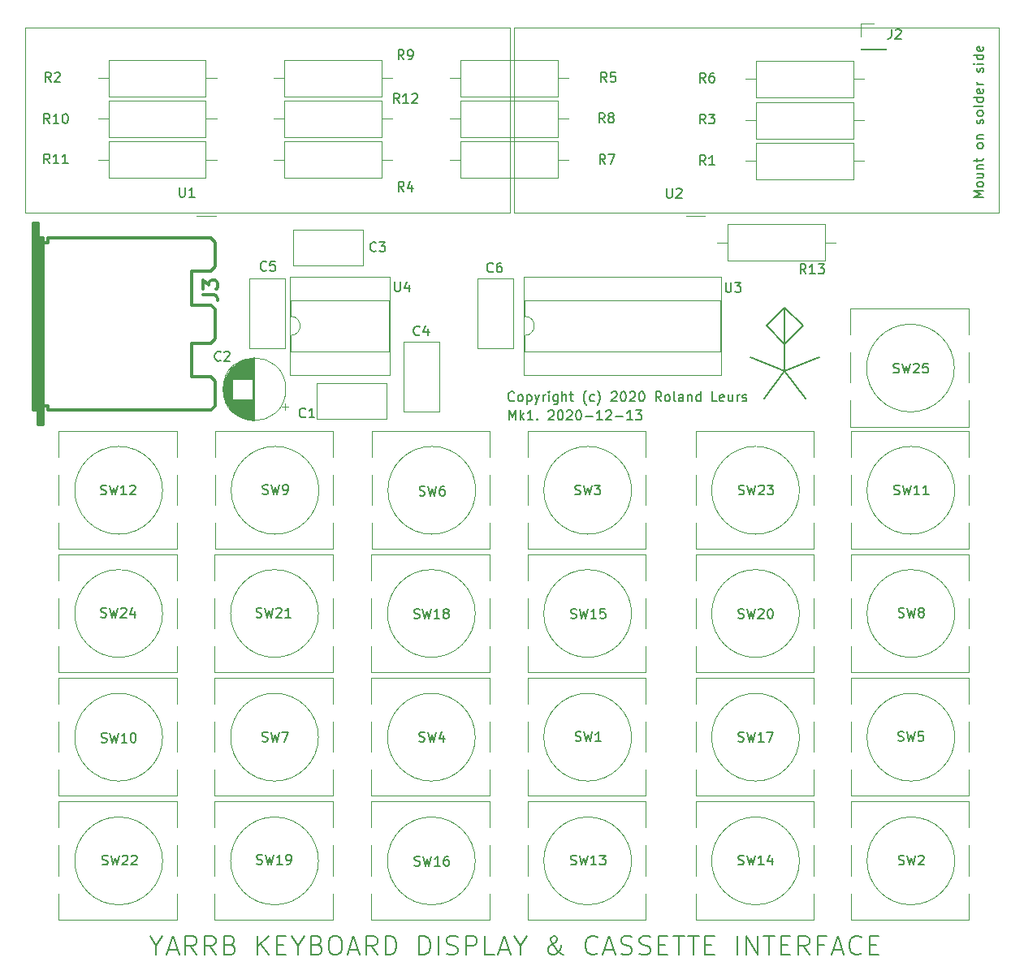
<source format=gbr>
G04 #@! TF.GenerationSoftware,KiCad,Pcbnew,(5.1.2-1)-1*
G04 #@! TF.CreationDate,2020-12-13T23:00:28+01:00*
G04 #@! TF.ProjectId,s1clone,7331636c-6f6e-4652-9e6b-696361645f70,rev?*
G04 #@! TF.SameCoordinates,Original*
G04 #@! TF.FileFunction,Legend,Top*
G04 #@! TF.FilePolarity,Positive*
%FSLAX46Y46*%
G04 Gerber Fmt 4.6, Leading zero omitted, Abs format (unit mm)*
G04 Created by KiCad (PCBNEW (5.1.2-1)-1) date 2020-12-13 23:00:28*
%MOMM*%
%LPD*%
G04 APERTURE LIST*
%ADD10C,0.150000*%
%ADD11C,0.120000*%
%ADD12C,0.304800*%
%ADD13C,0.300000*%
G04 APERTURE END LIST*
D10*
X124969047Y-93902380D02*
X124969047Y-92902380D01*
X125302380Y-93616666D01*
X125635714Y-92902380D01*
X125635714Y-93902380D01*
X126111904Y-93902380D02*
X126111904Y-92902380D01*
X126207142Y-93521428D02*
X126492857Y-93902380D01*
X126492857Y-93235714D02*
X126111904Y-93616666D01*
X127445238Y-93902380D02*
X126873809Y-93902380D01*
X127159523Y-93902380D02*
X127159523Y-92902380D01*
X127064285Y-93045238D01*
X126969047Y-93140476D01*
X126873809Y-93188095D01*
X127873809Y-93807142D02*
X127921428Y-93854761D01*
X127873809Y-93902380D01*
X127826190Y-93854761D01*
X127873809Y-93807142D01*
X127873809Y-93902380D01*
X129064285Y-92997619D02*
X129111904Y-92950000D01*
X129207142Y-92902380D01*
X129445238Y-92902380D01*
X129540476Y-92950000D01*
X129588095Y-92997619D01*
X129635714Y-93092857D01*
X129635714Y-93188095D01*
X129588095Y-93330952D01*
X129016666Y-93902380D01*
X129635714Y-93902380D01*
X130254761Y-92902380D02*
X130350000Y-92902380D01*
X130445238Y-92950000D01*
X130492857Y-92997619D01*
X130540476Y-93092857D01*
X130588095Y-93283333D01*
X130588095Y-93521428D01*
X130540476Y-93711904D01*
X130492857Y-93807142D01*
X130445238Y-93854761D01*
X130350000Y-93902380D01*
X130254761Y-93902380D01*
X130159523Y-93854761D01*
X130111904Y-93807142D01*
X130064285Y-93711904D01*
X130016666Y-93521428D01*
X130016666Y-93283333D01*
X130064285Y-93092857D01*
X130111904Y-92997619D01*
X130159523Y-92950000D01*
X130254761Y-92902380D01*
X130969047Y-92997619D02*
X131016666Y-92950000D01*
X131111904Y-92902380D01*
X131350000Y-92902380D01*
X131445238Y-92950000D01*
X131492857Y-92997619D01*
X131540476Y-93092857D01*
X131540476Y-93188095D01*
X131492857Y-93330952D01*
X130921428Y-93902380D01*
X131540476Y-93902380D01*
X132159523Y-92902380D02*
X132254761Y-92902380D01*
X132350000Y-92950000D01*
X132397619Y-92997619D01*
X132445238Y-93092857D01*
X132492857Y-93283333D01*
X132492857Y-93521428D01*
X132445238Y-93711904D01*
X132397619Y-93807142D01*
X132350000Y-93854761D01*
X132254761Y-93902380D01*
X132159523Y-93902380D01*
X132064285Y-93854761D01*
X132016666Y-93807142D01*
X131969047Y-93711904D01*
X131921428Y-93521428D01*
X131921428Y-93283333D01*
X131969047Y-93092857D01*
X132016666Y-92997619D01*
X132064285Y-92950000D01*
X132159523Y-92902380D01*
X132921428Y-93521428D02*
X133683333Y-93521428D01*
X134683333Y-93902380D02*
X134111904Y-93902380D01*
X134397619Y-93902380D02*
X134397619Y-92902380D01*
X134302380Y-93045238D01*
X134207142Y-93140476D01*
X134111904Y-93188095D01*
X135064285Y-92997619D02*
X135111904Y-92950000D01*
X135207142Y-92902380D01*
X135445238Y-92902380D01*
X135540476Y-92950000D01*
X135588095Y-92997619D01*
X135635714Y-93092857D01*
X135635714Y-93188095D01*
X135588095Y-93330952D01*
X135016666Y-93902380D01*
X135635714Y-93902380D01*
X136064285Y-93521428D02*
X136826190Y-93521428D01*
X137826190Y-93902380D02*
X137254761Y-93902380D01*
X137540476Y-93902380D02*
X137540476Y-92902380D01*
X137445238Y-93045238D01*
X137350000Y-93140476D01*
X137254761Y-93188095D01*
X138159523Y-92902380D02*
X138778571Y-92902380D01*
X138445238Y-93283333D01*
X138588095Y-93283333D01*
X138683333Y-93330952D01*
X138730952Y-93378571D01*
X138778571Y-93473809D01*
X138778571Y-93711904D01*
X138730952Y-93807142D01*
X138683333Y-93854761D01*
X138588095Y-93902380D01*
X138302380Y-93902380D01*
X138207142Y-93854761D01*
X138159523Y-93807142D01*
X174402380Y-70707142D02*
X173402380Y-70707142D01*
X174116666Y-70373809D01*
X173402380Y-70040476D01*
X174402380Y-70040476D01*
X174402380Y-69421428D02*
X174354761Y-69516666D01*
X174307142Y-69564285D01*
X174211904Y-69611904D01*
X173926190Y-69611904D01*
X173830952Y-69564285D01*
X173783333Y-69516666D01*
X173735714Y-69421428D01*
X173735714Y-69278571D01*
X173783333Y-69183333D01*
X173830952Y-69135714D01*
X173926190Y-69088095D01*
X174211904Y-69088095D01*
X174307142Y-69135714D01*
X174354761Y-69183333D01*
X174402380Y-69278571D01*
X174402380Y-69421428D01*
X173735714Y-68230952D02*
X174402380Y-68230952D01*
X173735714Y-68659523D02*
X174259523Y-68659523D01*
X174354761Y-68611904D01*
X174402380Y-68516666D01*
X174402380Y-68373809D01*
X174354761Y-68278571D01*
X174307142Y-68230952D01*
X173735714Y-67754761D02*
X174402380Y-67754761D01*
X173830952Y-67754761D02*
X173783333Y-67707142D01*
X173735714Y-67611904D01*
X173735714Y-67469047D01*
X173783333Y-67373809D01*
X173878571Y-67326190D01*
X174402380Y-67326190D01*
X173735714Y-66992857D02*
X173735714Y-66611904D01*
X173402380Y-66850000D02*
X174259523Y-66850000D01*
X174354761Y-66802380D01*
X174402380Y-66707142D01*
X174402380Y-66611904D01*
X174402380Y-65373809D02*
X174354761Y-65469047D01*
X174307142Y-65516666D01*
X174211904Y-65564285D01*
X173926190Y-65564285D01*
X173830952Y-65516666D01*
X173783333Y-65469047D01*
X173735714Y-65373809D01*
X173735714Y-65230952D01*
X173783333Y-65135714D01*
X173830952Y-65088095D01*
X173926190Y-65040476D01*
X174211904Y-65040476D01*
X174307142Y-65088095D01*
X174354761Y-65135714D01*
X174402380Y-65230952D01*
X174402380Y-65373809D01*
X173735714Y-64611904D02*
X174402380Y-64611904D01*
X173830952Y-64611904D02*
X173783333Y-64564285D01*
X173735714Y-64469047D01*
X173735714Y-64326190D01*
X173783333Y-64230952D01*
X173878571Y-64183333D01*
X174402380Y-64183333D01*
X174354761Y-62992857D02*
X174402380Y-62897619D01*
X174402380Y-62707142D01*
X174354761Y-62611904D01*
X174259523Y-62564285D01*
X174211904Y-62564285D01*
X174116666Y-62611904D01*
X174069047Y-62707142D01*
X174069047Y-62850000D01*
X174021428Y-62945238D01*
X173926190Y-62992857D01*
X173878571Y-62992857D01*
X173783333Y-62945238D01*
X173735714Y-62850000D01*
X173735714Y-62707142D01*
X173783333Y-62611904D01*
X174402380Y-61992857D02*
X174354761Y-62088095D01*
X174307142Y-62135714D01*
X174211904Y-62183333D01*
X173926190Y-62183333D01*
X173830952Y-62135714D01*
X173783333Y-62088095D01*
X173735714Y-61992857D01*
X173735714Y-61850000D01*
X173783333Y-61754761D01*
X173830952Y-61707142D01*
X173926190Y-61659523D01*
X174211904Y-61659523D01*
X174307142Y-61707142D01*
X174354761Y-61754761D01*
X174402380Y-61850000D01*
X174402380Y-61992857D01*
X174402380Y-61088095D02*
X174354761Y-61183333D01*
X174259523Y-61230952D01*
X173402380Y-61230952D01*
X174402380Y-60278571D02*
X173402380Y-60278571D01*
X174354761Y-60278571D02*
X174402380Y-60373809D01*
X174402380Y-60564285D01*
X174354761Y-60659523D01*
X174307142Y-60707142D01*
X174211904Y-60754761D01*
X173926190Y-60754761D01*
X173830952Y-60707142D01*
X173783333Y-60659523D01*
X173735714Y-60564285D01*
X173735714Y-60373809D01*
X173783333Y-60278571D01*
X174354761Y-59421428D02*
X174402380Y-59516666D01*
X174402380Y-59707142D01*
X174354761Y-59802380D01*
X174259523Y-59850000D01*
X173878571Y-59850000D01*
X173783333Y-59802380D01*
X173735714Y-59707142D01*
X173735714Y-59516666D01*
X173783333Y-59421428D01*
X173878571Y-59373809D01*
X173973809Y-59373809D01*
X174069047Y-59850000D01*
X174402380Y-58945238D02*
X173735714Y-58945238D01*
X173926190Y-58945238D02*
X173830952Y-58897619D01*
X173783333Y-58850000D01*
X173735714Y-58754761D01*
X173735714Y-58659523D01*
X174354761Y-57611904D02*
X174402380Y-57516666D01*
X174402380Y-57326190D01*
X174354761Y-57230952D01*
X174259523Y-57183333D01*
X174211904Y-57183333D01*
X174116666Y-57230952D01*
X174069047Y-57326190D01*
X174069047Y-57469047D01*
X174021428Y-57564285D01*
X173926190Y-57611904D01*
X173878571Y-57611904D01*
X173783333Y-57564285D01*
X173735714Y-57469047D01*
X173735714Y-57326190D01*
X173783333Y-57230952D01*
X174402380Y-56754761D02*
X173735714Y-56754761D01*
X173402380Y-56754761D02*
X173450000Y-56802380D01*
X173497619Y-56754761D01*
X173450000Y-56707142D01*
X173402380Y-56754761D01*
X173497619Y-56754761D01*
X174402380Y-55850000D02*
X173402380Y-55850000D01*
X174354761Y-55850000D02*
X174402380Y-55945238D01*
X174402380Y-56135714D01*
X174354761Y-56230952D01*
X174307142Y-56278571D01*
X174211904Y-56326190D01*
X173926190Y-56326190D01*
X173830952Y-56278571D01*
X173783333Y-56230952D01*
X173735714Y-56135714D01*
X173735714Y-55945238D01*
X173783333Y-55850000D01*
X174354761Y-54992857D02*
X174402380Y-55088095D01*
X174402380Y-55278571D01*
X174354761Y-55373809D01*
X174259523Y-55421428D01*
X173878571Y-55421428D01*
X173783333Y-55373809D01*
X173735714Y-55278571D01*
X173735714Y-55088095D01*
X173783333Y-54992857D01*
X173878571Y-54945238D01*
X173973809Y-54945238D01*
X174069047Y-55421428D01*
X125490476Y-91857142D02*
X125442857Y-91904761D01*
X125299999Y-91952380D01*
X125204761Y-91952380D01*
X125061904Y-91904761D01*
X124966666Y-91809523D01*
X124919047Y-91714285D01*
X124871428Y-91523809D01*
X124871428Y-91380952D01*
X124919047Y-91190476D01*
X124966666Y-91095238D01*
X125061904Y-91000000D01*
X125204761Y-90952380D01*
X125299999Y-90952380D01*
X125442857Y-91000000D01*
X125490476Y-91047619D01*
X126061904Y-91952380D02*
X125966666Y-91904761D01*
X125919047Y-91857142D01*
X125871428Y-91761904D01*
X125871428Y-91476190D01*
X125919047Y-91380952D01*
X125966666Y-91333333D01*
X126061904Y-91285714D01*
X126204761Y-91285714D01*
X126299999Y-91333333D01*
X126347619Y-91380952D01*
X126395238Y-91476190D01*
X126395238Y-91761904D01*
X126347619Y-91857142D01*
X126299999Y-91904761D01*
X126204761Y-91952380D01*
X126061904Y-91952380D01*
X126823809Y-91285714D02*
X126823809Y-92285714D01*
X126823809Y-91333333D02*
X126919047Y-91285714D01*
X127109523Y-91285714D01*
X127204761Y-91333333D01*
X127252380Y-91380952D01*
X127299999Y-91476190D01*
X127299999Y-91761904D01*
X127252380Y-91857142D01*
X127204761Y-91904761D01*
X127109523Y-91952380D01*
X126919047Y-91952380D01*
X126823809Y-91904761D01*
X127633333Y-91285714D02*
X127871428Y-91952380D01*
X128109523Y-91285714D02*
X127871428Y-91952380D01*
X127776190Y-92190476D01*
X127728571Y-92238095D01*
X127633333Y-92285714D01*
X128490476Y-91952380D02*
X128490476Y-91285714D01*
X128490476Y-91476190D02*
X128538095Y-91380952D01*
X128585714Y-91333333D01*
X128680952Y-91285714D01*
X128776190Y-91285714D01*
X129109523Y-91952380D02*
X129109523Y-91285714D01*
X129109523Y-90952380D02*
X129061904Y-91000000D01*
X129109523Y-91047619D01*
X129157142Y-91000000D01*
X129109523Y-90952380D01*
X129109523Y-91047619D01*
X130014285Y-91285714D02*
X130014285Y-92095238D01*
X129966666Y-92190476D01*
X129919047Y-92238095D01*
X129823809Y-92285714D01*
X129680952Y-92285714D01*
X129585714Y-92238095D01*
X130014285Y-91904761D02*
X129919047Y-91952380D01*
X129728571Y-91952380D01*
X129633333Y-91904761D01*
X129585714Y-91857142D01*
X129538095Y-91761904D01*
X129538095Y-91476190D01*
X129585714Y-91380952D01*
X129633333Y-91333333D01*
X129728571Y-91285714D01*
X129919047Y-91285714D01*
X130014285Y-91333333D01*
X130490476Y-91952380D02*
X130490476Y-90952380D01*
X130919047Y-91952380D02*
X130919047Y-91428571D01*
X130871428Y-91333333D01*
X130776190Y-91285714D01*
X130633333Y-91285714D01*
X130538095Y-91333333D01*
X130490476Y-91380952D01*
X131252380Y-91285714D02*
X131633333Y-91285714D01*
X131395238Y-90952380D02*
X131395238Y-91809523D01*
X131442857Y-91904761D01*
X131538095Y-91952380D01*
X131633333Y-91952380D01*
X133014285Y-92333333D02*
X132966666Y-92285714D01*
X132871428Y-92142857D01*
X132823809Y-92047619D01*
X132776190Y-91904761D01*
X132728571Y-91666666D01*
X132728571Y-91476190D01*
X132776190Y-91238095D01*
X132823809Y-91095238D01*
X132871428Y-91000000D01*
X132966666Y-90857142D01*
X133014285Y-90809523D01*
X133823809Y-91904761D02*
X133728571Y-91952380D01*
X133538095Y-91952380D01*
X133442857Y-91904761D01*
X133395238Y-91857142D01*
X133347619Y-91761904D01*
X133347619Y-91476190D01*
X133395238Y-91380952D01*
X133442857Y-91333333D01*
X133538095Y-91285714D01*
X133728571Y-91285714D01*
X133823809Y-91333333D01*
X134157142Y-92333333D02*
X134204761Y-92285714D01*
X134300000Y-92142857D01*
X134347619Y-92047619D01*
X134395238Y-91904761D01*
X134442857Y-91666666D01*
X134442857Y-91476190D01*
X134395238Y-91238095D01*
X134347619Y-91095238D01*
X134300000Y-91000000D01*
X134204761Y-90857142D01*
X134157142Y-90809523D01*
X135633333Y-91047619D02*
X135680952Y-91000000D01*
X135776190Y-90952380D01*
X136014285Y-90952380D01*
X136109523Y-91000000D01*
X136157142Y-91047619D01*
X136204761Y-91142857D01*
X136204761Y-91238095D01*
X136157142Y-91380952D01*
X135585714Y-91952380D01*
X136204761Y-91952380D01*
X136823809Y-90952380D02*
X136919047Y-90952380D01*
X137014285Y-91000000D01*
X137061904Y-91047619D01*
X137109523Y-91142857D01*
X137157142Y-91333333D01*
X137157142Y-91571428D01*
X137109523Y-91761904D01*
X137061904Y-91857142D01*
X137014285Y-91904761D01*
X136919047Y-91952380D01*
X136823809Y-91952380D01*
X136728571Y-91904761D01*
X136680952Y-91857142D01*
X136633333Y-91761904D01*
X136585714Y-91571428D01*
X136585714Y-91333333D01*
X136633333Y-91142857D01*
X136680952Y-91047619D01*
X136728571Y-91000000D01*
X136823809Y-90952380D01*
X137538095Y-91047619D02*
X137585714Y-91000000D01*
X137680952Y-90952380D01*
X137919047Y-90952380D01*
X138014285Y-91000000D01*
X138061904Y-91047619D01*
X138109523Y-91142857D01*
X138109523Y-91238095D01*
X138061904Y-91380952D01*
X137490476Y-91952380D01*
X138109523Y-91952380D01*
X138728571Y-90952380D02*
X138823809Y-90952380D01*
X138919047Y-91000000D01*
X138966666Y-91047619D01*
X139014285Y-91142857D01*
X139061904Y-91333333D01*
X139061904Y-91571428D01*
X139014285Y-91761904D01*
X138966666Y-91857142D01*
X138919047Y-91904761D01*
X138823809Y-91952380D01*
X138728571Y-91952380D01*
X138633333Y-91904761D01*
X138585714Y-91857142D01*
X138538095Y-91761904D01*
X138490476Y-91571428D01*
X138490476Y-91333333D01*
X138538095Y-91142857D01*
X138585714Y-91047619D01*
X138633333Y-91000000D01*
X138728571Y-90952380D01*
X140823809Y-91952380D02*
X140490476Y-91476190D01*
X140252380Y-91952380D02*
X140252380Y-90952380D01*
X140633333Y-90952380D01*
X140728571Y-91000000D01*
X140776190Y-91047619D01*
X140823809Y-91142857D01*
X140823809Y-91285714D01*
X140776190Y-91380952D01*
X140728571Y-91428571D01*
X140633333Y-91476190D01*
X140252380Y-91476190D01*
X141395238Y-91952380D02*
X141300000Y-91904761D01*
X141252380Y-91857142D01*
X141204761Y-91761904D01*
X141204761Y-91476190D01*
X141252380Y-91380952D01*
X141300000Y-91333333D01*
X141395238Y-91285714D01*
X141538095Y-91285714D01*
X141633333Y-91333333D01*
X141680952Y-91380952D01*
X141728571Y-91476190D01*
X141728571Y-91761904D01*
X141680952Y-91857142D01*
X141633333Y-91904761D01*
X141538095Y-91952380D01*
X141395238Y-91952380D01*
X142300000Y-91952380D02*
X142204761Y-91904761D01*
X142157142Y-91809523D01*
X142157142Y-90952380D01*
X143109523Y-91952380D02*
X143109523Y-91428571D01*
X143061904Y-91333333D01*
X142966666Y-91285714D01*
X142776190Y-91285714D01*
X142680952Y-91333333D01*
X143109523Y-91904761D02*
X143014285Y-91952380D01*
X142776190Y-91952380D01*
X142680952Y-91904761D01*
X142633333Y-91809523D01*
X142633333Y-91714285D01*
X142680952Y-91619047D01*
X142776190Y-91571428D01*
X143014285Y-91571428D01*
X143109523Y-91523809D01*
X143585714Y-91285714D02*
X143585714Y-91952380D01*
X143585714Y-91380952D02*
X143633333Y-91333333D01*
X143728571Y-91285714D01*
X143871428Y-91285714D01*
X143966666Y-91333333D01*
X144014285Y-91428571D01*
X144014285Y-91952380D01*
X144919047Y-91952380D02*
X144919047Y-90952380D01*
X144919047Y-91904761D02*
X144823809Y-91952380D01*
X144633333Y-91952380D01*
X144538095Y-91904761D01*
X144490476Y-91857142D01*
X144442857Y-91761904D01*
X144442857Y-91476190D01*
X144490476Y-91380952D01*
X144538095Y-91333333D01*
X144633333Y-91285714D01*
X144823809Y-91285714D01*
X144919047Y-91333333D01*
X146633333Y-91952380D02*
X146157142Y-91952380D01*
X146157142Y-90952380D01*
X147347619Y-91904761D02*
X147252380Y-91952380D01*
X147061904Y-91952380D01*
X146966666Y-91904761D01*
X146919047Y-91809523D01*
X146919047Y-91428571D01*
X146966666Y-91333333D01*
X147061904Y-91285714D01*
X147252380Y-91285714D01*
X147347619Y-91333333D01*
X147395238Y-91428571D01*
X147395238Y-91523809D01*
X146919047Y-91619047D01*
X148252380Y-91285714D02*
X148252380Y-91952380D01*
X147823809Y-91285714D02*
X147823809Y-91809523D01*
X147871428Y-91904761D01*
X147966666Y-91952380D01*
X148109523Y-91952380D01*
X148204761Y-91904761D01*
X148252380Y-91857142D01*
X148728571Y-91952380D02*
X148728571Y-91285714D01*
X148728571Y-91476190D02*
X148776190Y-91380952D01*
X148823809Y-91333333D01*
X148919047Y-91285714D01*
X149014285Y-91285714D01*
X149299999Y-91904761D02*
X149395238Y-91952380D01*
X149585714Y-91952380D01*
X149680952Y-91904761D01*
X149728571Y-91809523D01*
X149728571Y-91761904D01*
X149680952Y-91666666D01*
X149585714Y-91619047D01*
X149442857Y-91619047D01*
X149347619Y-91571428D01*
X149299999Y-91476190D01*
X149299999Y-91428571D01*
X149347619Y-91333333D01*
X149442857Y-91285714D01*
X149585714Y-91285714D01*
X149680952Y-91333333D01*
X88171428Y-148752380D02*
X88171428Y-149704761D01*
X87504761Y-147704761D02*
X88171428Y-148752380D01*
X88838095Y-147704761D01*
X89409523Y-149133333D02*
X90361904Y-149133333D01*
X89219047Y-149704761D02*
X89885714Y-147704761D01*
X90552380Y-149704761D01*
X92361904Y-149704761D02*
X91695238Y-148752380D01*
X91219047Y-149704761D02*
X91219047Y-147704761D01*
X91980952Y-147704761D01*
X92171428Y-147800000D01*
X92266666Y-147895238D01*
X92361904Y-148085714D01*
X92361904Y-148371428D01*
X92266666Y-148561904D01*
X92171428Y-148657142D01*
X91980952Y-148752380D01*
X91219047Y-148752380D01*
X94361904Y-149704761D02*
X93695238Y-148752380D01*
X93219047Y-149704761D02*
X93219047Y-147704761D01*
X93980952Y-147704761D01*
X94171428Y-147800000D01*
X94266666Y-147895238D01*
X94361904Y-148085714D01*
X94361904Y-148371428D01*
X94266666Y-148561904D01*
X94171428Y-148657142D01*
X93980952Y-148752380D01*
X93219047Y-148752380D01*
X95885714Y-148657142D02*
X96171428Y-148752380D01*
X96266666Y-148847619D01*
X96361904Y-149038095D01*
X96361904Y-149323809D01*
X96266666Y-149514285D01*
X96171428Y-149609523D01*
X95980952Y-149704761D01*
X95219047Y-149704761D01*
X95219047Y-147704761D01*
X95885714Y-147704761D01*
X96076190Y-147800000D01*
X96171428Y-147895238D01*
X96266666Y-148085714D01*
X96266666Y-148276190D01*
X96171428Y-148466666D01*
X96076190Y-148561904D01*
X95885714Y-148657142D01*
X95219047Y-148657142D01*
X98742857Y-149704761D02*
X98742857Y-147704761D01*
X99885714Y-149704761D02*
X99028571Y-148561904D01*
X99885714Y-147704761D02*
X98742857Y-148847619D01*
X100742857Y-148657142D02*
X101409523Y-148657142D01*
X101695238Y-149704761D02*
X100742857Y-149704761D01*
X100742857Y-147704761D01*
X101695238Y-147704761D01*
X102933333Y-148752380D02*
X102933333Y-149704761D01*
X102266666Y-147704761D02*
X102933333Y-148752380D01*
X103600000Y-147704761D01*
X104933333Y-148657142D02*
X105219047Y-148752380D01*
X105314285Y-148847619D01*
X105409523Y-149038095D01*
X105409523Y-149323809D01*
X105314285Y-149514285D01*
X105219047Y-149609523D01*
X105028571Y-149704761D01*
X104266666Y-149704761D01*
X104266666Y-147704761D01*
X104933333Y-147704761D01*
X105123809Y-147800000D01*
X105219047Y-147895238D01*
X105314285Y-148085714D01*
X105314285Y-148276190D01*
X105219047Y-148466666D01*
X105123809Y-148561904D01*
X104933333Y-148657142D01*
X104266666Y-148657142D01*
X106647619Y-147704761D02*
X107028571Y-147704761D01*
X107219047Y-147800000D01*
X107409523Y-147990476D01*
X107504761Y-148371428D01*
X107504761Y-149038095D01*
X107409523Y-149419047D01*
X107219047Y-149609523D01*
X107028571Y-149704761D01*
X106647619Y-149704761D01*
X106457142Y-149609523D01*
X106266666Y-149419047D01*
X106171428Y-149038095D01*
X106171428Y-148371428D01*
X106266666Y-147990476D01*
X106457142Y-147800000D01*
X106647619Y-147704761D01*
X108266666Y-149133333D02*
X109219047Y-149133333D01*
X108076190Y-149704761D02*
X108742857Y-147704761D01*
X109409523Y-149704761D01*
X111219047Y-149704761D02*
X110552380Y-148752380D01*
X110076190Y-149704761D02*
X110076190Y-147704761D01*
X110838095Y-147704761D01*
X111028571Y-147800000D01*
X111123809Y-147895238D01*
X111219047Y-148085714D01*
X111219047Y-148371428D01*
X111123809Y-148561904D01*
X111028571Y-148657142D01*
X110838095Y-148752380D01*
X110076190Y-148752380D01*
X112076190Y-149704761D02*
X112076190Y-147704761D01*
X112552380Y-147704761D01*
X112838095Y-147800000D01*
X113028571Y-147990476D01*
X113123809Y-148180952D01*
X113219047Y-148561904D01*
X113219047Y-148847619D01*
X113123809Y-149228571D01*
X113028571Y-149419047D01*
X112838095Y-149609523D01*
X112552380Y-149704761D01*
X112076190Y-149704761D01*
X115600000Y-149704761D02*
X115600000Y-147704761D01*
X116076190Y-147704761D01*
X116361904Y-147800000D01*
X116552380Y-147990476D01*
X116647619Y-148180952D01*
X116742857Y-148561904D01*
X116742857Y-148847619D01*
X116647619Y-149228571D01*
X116552380Y-149419047D01*
X116361904Y-149609523D01*
X116076190Y-149704761D01*
X115600000Y-149704761D01*
X117600000Y-149704761D02*
X117600000Y-147704761D01*
X118457142Y-149609523D02*
X118742857Y-149704761D01*
X119219047Y-149704761D01*
X119409523Y-149609523D01*
X119504761Y-149514285D01*
X119600000Y-149323809D01*
X119600000Y-149133333D01*
X119504761Y-148942857D01*
X119409523Y-148847619D01*
X119219047Y-148752380D01*
X118838095Y-148657142D01*
X118647619Y-148561904D01*
X118552380Y-148466666D01*
X118457142Y-148276190D01*
X118457142Y-148085714D01*
X118552380Y-147895238D01*
X118647619Y-147800000D01*
X118838095Y-147704761D01*
X119314285Y-147704761D01*
X119600000Y-147800000D01*
X120457142Y-149704761D02*
X120457142Y-147704761D01*
X121219047Y-147704761D01*
X121409523Y-147800000D01*
X121504761Y-147895238D01*
X121600000Y-148085714D01*
X121600000Y-148371428D01*
X121504761Y-148561904D01*
X121409523Y-148657142D01*
X121219047Y-148752380D01*
X120457142Y-148752380D01*
X123409523Y-149704761D02*
X122457142Y-149704761D01*
X122457142Y-147704761D01*
X123980952Y-149133333D02*
X124933333Y-149133333D01*
X123790476Y-149704761D02*
X124457142Y-147704761D01*
X125123809Y-149704761D01*
X126171428Y-148752380D02*
X126171428Y-149704761D01*
X125504761Y-147704761D02*
X126171428Y-148752380D01*
X126838095Y-147704761D01*
X130647619Y-149704761D02*
X130552380Y-149704761D01*
X130361904Y-149609523D01*
X130076190Y-149323809D01*
X129600000Y-148752380D01*
X129409523Y-148466666D01*
X129314285Y-148180952D01*
X129314285Y-147990476D01*
X129409523Y-147800000D01*
X129600000Y-147704761D01*
X129695238Y-147704761D01*
X129885714Y-147800000D01*
X129980952Y-147990476D01*
X129980952Y-148085714D01*
X129885714Y-148276190D01*
X129790476Y-148371428D01*
X129219047Y-148752380D01*
X129123809Y-148847619D01*
X129028571Y-149038095D01*
X129028571Y-149323809D01*
X129123809Y-149514285D01*
X129219047Y-149609523D01*
X129409523Y-149704761D01*
X129695238Y-149704761D01*
X129885714Y-149609523D01*
X129980952Y-149514285D01*
X130266666Y-149133333D01*
X130361904Y-148847619D01*
X130361904Y-148657142D01*
X134171428Y-149514285D02*
X134076190Y-149609523D01*
X133790476Y-149704761D01*
X133600000Y-149704761D01*
X133314285Y-149609523D01*
X133123809Y-149419047D01*
X133028571Y-149228571D01*
X132933333Y-148847619D01*
X132933333Y-148561904D01*
X133028571Y-148180952D01*
X133123809Y-147990476D01*
X133314285Y-147800000D01*
X133600000Y-147704761D01*
X133790476Y-147704761D01*
X134076190Y-147800000D01*
X134171428Y-147895238D01*
X134933333Y-149133333D02*
X135885714Y-149133333D01*
X134742857Y-149704761D02*
X135409523Y-147704761D01*
X136076190Y-149704761D01*
X136647619Y-149609523D02*
X136933333Y-149704761D01*
X137409523Y-149704761D01*
X137600000Y-149609523D01*
X137695238Y-149514285D01*
X137790476Y-149323809D01*
X137790476Y-149133333D01*
X137695238Y-148942857D01*
X137600000Y-148847619D01*
X137409523Y-148752380D01*
X137028571Y-148657142D01*
X136838095Y-148561904D01*
X136742857Y-148466666D01*
X136647619Y-148276190D01*
X136647619Y-148085714D01*
X136742857Y-147895238D01*
X136838095Y-147800000D01*
X137028571Y-147704761D01*
X137504761Y-147704761D01*
X137790476Y-147800000D01*
X138552380Y-149609523D02*
X138838095Y-149704761D01*
X139314285Y-149704761D01*
X139504761Y-149609523D01*
X139600000Y-149514285D01*
X139695238Y-149323809D01*
X139695238Y-149133333D01*
X139600000Y-148942857D01*
X139504761Y-148847619D01*
X139314285Y-148752380D01*
X138933333Y-148657142D01*
X138742857Y-148561904D01*
X138647619Y-148466666D01*
X138552380Y-148276190D01*
X138552380Y-148085714D01*
X138647619Y-147895238D01*
X138742857Y-147800000D01*
X138933333Y-147704761D01*
X139409523Y-147704761D01*
X139695238Y-147800000D01*
X140552380Y-148657142D02*
X141219047Y-148657142D01*
X141504761Y-149704761D02*
X140552380Y-149704761D01*
X140552380Y-147704761D01*
X141504761Y-147704761D01*
X142076190Y-147704761D02*
X143219047Y-147704761D01*
X142647619Y-149704761D02*
X142647619Y-147704761D01*
X143600000Y-147704761D02*
X144742857Y-147704761D01*
X144171428Y-149704761D02*
X144171428Y-147704761D01*
X145409523Y-148657142D02*
X146076190Y-148657142D01*
X146361904Y-149704761D02*
X145409523Y-149704761D01*
X145409523Y-147704761D01*
X146361904Y-147704761D01*
X148742857Y-149704761D02*
X148742857Y-147704761D01*
X149695238Y-149704761D02*
X149695238Y-147704761D01*
X150838095Y-149704761D01*
X150838095Y-147704761D01*
X151504761Y-147704761D02*
X152647619Y-147704761D01*
X152076190Y-149704761D02*
X152076190Y-147704761D01*
X153314285Y-148657142D02*
X153980952Y-148657142D01*
X154266666Y-149704761D02*
X153314285Y-149704761D01*
X153314285Y-147704761D01*
X154266666Y-147704761D01*
X156266666Y-149704761D02*
X155600000Y-148752380D01*
X155123809Y-149704761D02*
X155123809Y-147704761D01*
X155885714Y-147704761D01*
X156076190Y-147800000D01*
X156171428Y-147895238D01*
X156266666Y-148085714D01*
X156266666Y-148371428D01*
X156171428Y-148561904D01*
X156076190Y-148657142D01*
X155885714Y-148752380D01*
X155123809Y-148752380D01*
X157790476Y-148657142D02*
X157123809Y-148657142D01*
X157123809Y-149704761D02*
X157123809Y-147704761D01*
X158076190Y-147704761D01*
X158742857Y-149133333D02*
X159695238Y-149133333D01*
X158552380Y-149704761D02*
X159219047Y-147704761D01*
X159885714Y-149704761D01*
X161695238Y-149514285D02*
X161600000Y-149609523D01*
X161314285Y-149704761D01*
X161123809Y-149704761D01*
X160838095Y-149609523D01*
X160647619Y-149419047D01*
X160552380Y-149228571D01*
X160457142Y-148847619D01*
X160457142Y-148561904D01*
X160552380Y-148180952D01*
X160647619Y-147990476D01*
X160838095Y-147800000D01*
X161123809Y-147704761D01*
X161314285Y-147704761D01*
X161600000Y-147800000D01*
X161695238Y-147895238D01*
X162552380Y-148657142D02*
X163219047Y-148657142D01*
X163504761Y-149704761D02*
X162552380Y-149704761D01*
X162552380Y-147704761D01*
X163504761Y-147704761D01*
X153700000Y-82185714D02*
X155604761Y-84090476D01*
X153700000Y-85995238D01*
X151795238Y-84090476D01*
X153700000Y-82185714D01*
X153700000Y-85995238D01*
X153700000Y-85235714D02*
X153700000Y-88807142D01*
X150128571Y-87378571D02*
X153700000Y-88807142D01*
X157271428Y-87378571D01*
X151557142Y-91664285D02*
X153700000Y-88807142D01*
X155842857Y-91664285D01*
D11*
X159000000Y-75400000D02*
X157890000Y-75400000D01*
X146640000Y-75400000D02*
X147750000Y-75400000D01*
X157890000Y-73480000D02*
X147750000Y-73480000D01*
X157890000Y-77320000D02*
X157890000Y-73480000D01*
X147750000Y-77320000D02*
X157890000Y-77320000D01*
X147750000Y-73480000D02*
X147750000Y-77320000D01*
X90300000Y-120800000D02*
X90300000Y-123520000D01*
X90300000Y-130380000D02*
X90300000Y-133100000D01*
X78000000Y-128520000D02*
X78000000Y-125380000D01*
X78000000Y-133100000D02*
X78000000Y-130380000D01*
X88829050Y-126990000D02*
G75*
G03X88829050Y-126990000I-4579050J0D01*
G01*
X78000000Y-123520000D02*
X78000000Y-120800000D01*
X90300000Y-133100000D02*
X78000000Y-133100000D01*
X90300000Y-125380000D02*
X90300000Y-128520000D01*
X78000000Y-120800000D02*
X90300000Y-120800000D01*
X102110000Y-78950000D02*
X102110000Y-89230000D01*
X112510000Y-78950000D02*
X102110000Y-78950000D01*
X112510000Y-89230000D02*
X112510000Y-78950000D01*
X102110000Y-89230000D02*
X112510000Y-89230000D01*
X102170000Y-81440000D02*
X102170000Y-83090000D01*
X112450000Y-81440000D02*
X102170000Y-81440000D01*
X112450000Y-86740000D02*
X112450000Y-81440000D01*
X102170000Y-86740000D02*
X112450000Y-86740000D01*
X102170000Y-85090000D02*
X102170000Y-86740000D01*
X102170000Y-83090000D02*
G75*
G02X102170000Y-85090000I0J-1000000D01*
G01*
X126510000Y-78950000D02*
X126510000Y-89230000D01*
X147070000Y-78950000D02*
X126510000Y-78950000D01*
X147070000Y-89230000D02*
X147070000Y-78950000D01*
X126510000Y-89230000D02*
X147070000Y-89230000D01*
X126570000Y-81440000D02*
X126570000Y-83090000D01*
X147010000Y-81440000D02*
X126570000Y-81440000D01*
X147010000Y-86740000D02*
X147010000Y-81440000D01*
X126570000Y-86740000D02*
X147010000Y-86740000D01*
X126570000Y-85090000D02*
X126570000Y-86740000D01*
X126570000Y-83090000D02*
G75*
G02X126570000Y-85090000I0J-1000000D01*
G01*
X143400000Y-72630000D02*
X145400000Y-72630000D01*
X176020000Y-53010000D02*
X125480000Y-53010000D01*
X176020000Y-72250000D02*
X176020000Y-53010000D01*
X125480000Y-72250000D02*
X176020000Y-72250000D01*
X125480000Y-72250000D02*
X125480000Y-53010000D01*
X92400000Y-72630000D02*
X94400000Y-72630000D01*
X125020000Y-53010000D02*
X74480000Y-53010000D01*
X125020000Y-72250000D02*
X125020000Y-53010000D01*
X74480000Y-72250000D02*
X125020000Y-72250000D01*
X74480000Y-72250000D02*
X74480000Y-53010000D01*
X172850000Y-82300000D02*
X172850000Y-85020000D01*
X172850000Y-91880000D02*
X172850000Y-94600000D01*
X160550000Y-90020000D02*
X160550000Y-86880000D01*
X160550000Y-94600000D02*
X160550000Y-91880000D01*
X171379050Y-88490000D02*
G75*
G03X171379050Y-88490000I-4579050J0D01*
G01*
X160550000Y-85020000D02*
X160550000Y-82300000D01*
X172850000Y-94600000D02*
X160550000Y-94600000D01*
X172850000Y-86880000D02*
X172850000Y-90020000D01*
X160550000Y-82300000D02*
X172850000Y-82300000D01*
X90300000Y-107900000D02*
X90300000Y-110620000D01*
X90300000Y-117480000D02*
X90300000Y-120200000D01*
X78000000Y-115620000D02*
X78000000Y-112480000D01*
X78000000Y-120200000D02*
X78000000Y-117480000D01*
X88829050Y-114090000D02*
G75*
G03X88829050Y-114090000I-4579050J0D01*
G01*
X78000000Y-110620000D02*
X78000000Y-107900000D01*
X90300000Y-120200000D02*
X78000000Y-120200000D01*
X90300000Y-112480000D02*
X90300000Y-115620000D01*
X78000000Y-107900000D02*
X90300000Y-107900000D01*
X156700000Y-95050000D02*
X156700000Y-97770000D01*
X156700000Y-104630000D02*
X156700000Y-107350000D01*
X144400000Y-102770000D02*
X144400000Y-99630000D01*
X144400000Y-107350000D02*
X144400000Y-104630000D01*
X155229050Y-101240000D02*
G75*
G03X155229050Y-101240000I-4579050J0D01*
G01*
X144400000Y-97770000D02*
X144400000Y-95050000D01*
X156700000Y-107350000D02*
X144400000Y-107350000D01*
X156700000Y-99630000D02*
X156700000Y-102770000D01*
X144400000Y-95050000D02*
X156700000Y-95050000D01*
X90300000Y-133700000D02*
X90300000Y-136420000D01*
X90300000Y-143280000D02*
X90300000Y-146000000D01*
X78000000Y-141420000D02*
X78000000Y-138280000D01*
X78000000Y-146000000D02*
X78000000Y-143280000D01*
X88829050Y-139890000D02*
G75*
G03X88829050Y-139890000I-4579050J0D01*
G01*
X78000000Y-136420000D02*
X78000000Y-133700000D01*
X90300000Y-146000000D02*
X78000000Y-146000000D01*
X90300000Y-138280000D02*
X90300000Y-141420000D01*
X78000000Y-133700000D02*
X90300000Y-133700000D01*
X106550000Y-107900000D02*
X106550000Y-110620000D01*
X106550000Y-117480000D02*
X106550000Y-120200000D01*
X94250000Y-115620000D02*
X94250000Y-112480000D01*
X94250000Y-120200000D02*
X94250000Y-117480000D01*
X105079050Y-114090000D02*
G75*
G03X105079050Y-114090000I-4579050J0D01*
G01*
X94250000Y-110620000D02*
X94250000Y-107900000D01*
X106550000Y-120200000D02*
X94250000Y-120200000D01*
X106550000Y-112480000D02*
X106550000Y-115620000D01*
X94250000Y-107900000D02*
X106550000Y-107900000D01*
X156700000Y-107900000D02*
X156700000Y-110620000D01*
X156700000Y-117480000D02*
X156700000Y-120200000D01*
X144400000Y-115620000D02*
X144400000Y-112480000D01*
X144400000Y-120200000D02*
X144400000Y-117480000D01*
X155229050Y-114090000D02*
G75*
G03X155229050Y-114090000I-4579050J0D01*
G01*
X144400000Y-110620000D02*
X144400000Y-107900000D01*
X156700000Y-120200000D02*
X144400000Y-120200000D01*
X156700000Y-112480000D02*
X156700000Y-115620000D01*
X144400000Y-107900000D02*
X156700000Y-107900000D01*
X106550000Y-133700000D02*
X106550000Y-136420000D01*
X106550000Y-143280000D02*
X106550000Y-146000000D01*
X94250000Y-141420000D02*
X94250000Y-138280000D01*
X94250000Y-146000000D02*
X94250000Y-143280000D01*
X105079050Y-139890000D02*
G75*
G03X105079050Y-139890000I-4579050J0D01*
G01*
X94250000Y-136420000D02*
X94250000Y-133700000D01*
X106550000Y-146000000D02*
X94250000Y-146000000D01*
X106550000Y-138280000D02*
X106550000Y-141420000D01*
X94250000Y-133700000D02*
X106550000Y-133700000D01*
X122900000Y-107900000D02*
X122900000Y-110620000D01*
X122900000Y-117480000D02*
X122900000Y-120200000D01*
X110600000Y-115620000D02*
X110600000Y-112480000D01*
X110600000Y-120200000D02*
X110600000Y-117480000D01*
X121429050Y-114090000D02*
G75*
G03X121429050Y-114090000I-4579050J0D01*
G01*
X110600000Y-110620000D02*
X110600000Y-107900000D01*
X122900000Y-120200000D02*
X110600000Y-120200000D01*
X122900000Y-112480000D02*
X122900000Y-115620000D01*
X110600000Y-107900000D02*
X122900000Y-107900000D01*
X156700000Y-120800000D02*
X156700000Y-123520000D01*
X156700000Y-130380000D02*
X156700000Y-133100000D01*
X144400000Y-128520000D02*
X144400000Y-125380000D01*
X144400000Y-133100000D02*
X144400000Y-130380000D01*
X155229050Y-126990000D02*
G75*
G03X155229050Y-126990000I-4579050J0D01*
G01*
X144400000Y-123520000D02*
X144400000Y-120800000D01*
X156700000Y-133100000D02*
X144400000Y-133100000D01*
X156700000Y-125380000D02*
X156700000Y-128520000D01*
X144400000Y-120800000D02*
X156700000Y-120800000D01*
X122900000Y-133700000D02*
X122900000Y-136420000D01*
X122900000Y-143280000D02*
X122900000Y-146000000D01*
X110600000Y-141420000D02*
X110600000Y-138280000D01*
X110600000Y-146000000D02*
X110600000Y-143280000D01*
X121429050Y-139890000D02*
G75*
G03X121429050Y-139890000I-4579050J0D01*
G01*
X110600000Y-136420000D02*
X110600000Y-133700000D01*
X122900000Y-146000000D02*
X110600000Y-146000000D01*
X122900000Y-138280000D02*
X122900000Y-141420000D01*
X110600000Y-133700000D02*
X122900000Y-133700000D01*
X139200000Y-107900000D02*
X139200000Y-110620000D01*
X139200000Y-117480000D02*
X139200000Y-120200000D01*
X126900000Y-115620000D02*
X126900000Y-112480000D01*
X126900000Y-120200000D02*
X126900000Y-117480000D01*
X137729050Y-114090000D02*
G75*
G03X137729050Y-114090000I-4579050J0D01*
G01*
X126900000Y-110620000D02*
X126900000Y-107900000D01*
X139200000Y-120200000D02*
X126900000Y-120200000D01*
X139200000Y-112480000D02*
X139200000Y-115620000D01*
X126900000Y-107900000D02*
X139200000Y-107900000D01*
X156700000Y-133700000D02*
X156700000Y-136420000D01*
X156700000Y-143280000D02*
X156700000Y-146000000D01*
X144400000Y-141420000D02*
X144400000Y-138280000D01*
X144400000Y-146000000D02*
X144400000Y-143280000D01*
X155229050Y-139890000D02*
G75*
G03X155229050Y-139890000I-4579050J0D01*
G01*
X144400000Y-136420000D02*
X144400000Y-133700000D01*
X156700000Y-146000000D02*
X144400000Y-146000000D01*
X156700000Y-138280000D02*
X156700000Y-141420000D01*
X144400000Y-133700000D02*
X156700000Y-133700000D01*
X139200000Y-133700000D02*
X139200000Y-136420000D01*
X139200000Y-143280000D02*
X139200000Y-146000000D01*
X126900000Y-141420000D02*
X126900000Y-138280000D01*
X126900000Y-146000000D02*
X126900000Y-143280000D01*
X137729050Y-139890000D02*
G75*
G03X137729050Y-139890000I-4579050J0D01*
G01*
X126900000Y-136420000D02*
X126900000Y-133700000D01*
X139200000Y-146000000D02*
X126900000Y-146000000D01*
X139200000Y-138280000D02*
X139200000Y-141420000D01*
X126900000Y-133700000D02*
X139200000Y-133700000D01*
X90300000Y-95050000D02*
X90300000Y-97770000D01*
X90300000Y-104630000D02*
X90300000Y-107350000D01*
X78000000Y-102770000D02*
X78000000Y-99630000D01*
X78000000Y-107350000D02*
X78000000Y-104630000D01*
X88829050Y-101240000D02*
G75*
G03X88829050Y-101240000I-4579050J0D01*
G01*
X78000000Y-97770000D02*
X78000000Y-95050000D01*
X90300000Y-107350000D02*
X78000000Y-107350000D01*
X90300000Y-99630000D02*
X90300000Y-102770000D01*
X78000000Y-95050000D02*
X90300000Y-95050000D01*
X172900000Y-95050000D02*
X172900000Y-97770000D01*
X172900000Y-104630000D02*
X172900000Y-107350000D01*
X160600000Y-102770000D02*
X160600000Y-99630000D01*
X160600000Y-107350000D02*
X160600000Y-104630000D01*
X171429050Y-101240000D02*
G75*
G03X171429050Y-101240000I-4579050J0D01*
G01*
X160600000Y-97770000D02*
X160600000Y-95050000D01*
X172900000Y-107350000D02*
X160600000Y-107350000D01*
X172900000Y-99630000D02*
X172900000Y-102770000D01*
X160600000Y-95050000D02*
X172900000Y-95050000D01*
X106600000Y-95050000D02*
X106600000Y-97770000D01*
X106600000Y-104630000D02*
X106600000Y-107350000D01*
X94300000Y-102770000D02*
X94300000Y-99630000D01*
X94300000Y-107350000D02*
X94300000Y-104630000D01*
X105129050Y-101240000D02*
G75*
G03X105129050Y-101240000I-4579050J0D01*
G01*
X94300000Y-97770000D02*
X94300000Y-95050000D01*
X106600000Y-107350000D02*
X94300000Y-107350000D01*
X106600000Y-99630000D02*
X106600000Y-102770000D01*
X94300000Y-95050000D02*
X106600000Y-95050000D01*
X172900000Y-107900000D02*
X172900000Y-110620000D01*
X172900000Y-117480000D02*
X172900000Y-120200000D01*
X160600000Y-115620000D02*
X160600000Y-112480000D01*
X160600000Y-120200000D02*
X160600000Y-117480000D01*
X171429050Y-114090000D02*
G75*
G03X171429050Y-114090000I-4579050J0D01*
G01*
X160600000Y-110620000D02*
X160600000Y-107900000D01*
X172900000Y-120200000D02*
X160600000Y-120200000D01*
X172900000Y-112480000D02*
X172900000Y-115620000D01*
X160600000Y-107900000D02*
X172900000Y-107900000D01*
X106550000Y-120800000D02*
X106550000Y-123520000D01*
X106550000Y-130380000D02*
X106550000Y-133100000D01*
X94250000Y-128520000D02*
X94250000Y-125380000D01*
X94250000Y-133100000D02*
X94250000Y-130380000D01*
X105079050Y-126990000D02*
G75*
G03X105079050Y-126990000I-4579050J0D01*
G01*
X94250000Y-123520000D02*
X94250000Y-120800000D01*
X106550000Y-133100000D02*
X94250000Y-133100000D01*
X106550000Y-125380000D02*
X106550000Y-128520000D01*
X94250000Y-120800000D02*
X106550000Y-120800000D01*
X122950000Y-95050000D02*
X122950000Y-97770000D01*
X122950000Y-104630000D02*
X122950000Y-107350000D01*
X110650000Y-102770000D02*
X110650000Y-99630000D01*
X110650000Y-107350000D02*
X110650000Y-104630000D01*
X121479050Y-101240000D02*
G75*
G03X121479050Y-101240000I-4579050J0D01*
G01*
X110650000Y-97770000D02*
X110650000Y-95050000D01*
X122950000Y-107350000D02*
X110650000Y-107350000D01*
X122950000Y-99630000D02*
X122950000Y-102770000D01*
X110650000Y-95050000D02*
X122950000Y-95050000D01*
X172900000Y-120800000D02*
X172900000Y-123520000D01*
X172900000Y-130380000D02*
X172900000Y-133100000D01*
X160600000Y-128520000D02*
X160600000Y-125380000D01*
X160600000Y-133100000D02*
X160600000Y-130380000D01*
X171429050Y-126990000D02*
G75*
G03X171429050Y-126990000I-4579050J0D01*
G01*
X160600000Y-123520000D02*
X160600000Y-120800000D01*
X172900000Y-133100000D02*
X160600000Y-133100000D01*
X172900000Y-125380000D02*
X172900000Y-128520000D01*
X160600000Y-120800000D02*
X172900000Y-120800000D01*
X122900000Y-120800000D02*
X122900000Y-123520000D01*
X122900000Y-130380000D02*
X122900000Y-133100000D01*
X110600000Y-128520000D02*
X110600000Y-125380000D01*
X110600000Y-133100000D02*
X110600000Y-130380000D01*
X121429050Y-126990000D02*
G75*
G03X121429050Y-126990000I-4579050J0D01*
G01*
X110600000Y-123520000D02*
X110600000Y-120800000D01*
X122900000Y-133100000D02*
X110600000Y-133100000D01*
X122900000Y-125380000D02*
X122900000Y-128520000D01*
X110600000Y-120800000D02*
X122900000Y-120800000D01*
X139200000Y-95050000D02*
X139200000Y-97770000D01*
X139200000Y-104630000D02*
X139200000Y-107350000D01*
X126900000Y-102770000D02*
X126900000Y-99630000D01*
X126900000Y-107350000D02*
X126900000Y-104630000D01*
X137729050Y-101240000D02*
G75*
G03X137729050Y-101240000I-4579050J0D01*
G01*
X126900000Y-97770000D02*
X126900000Y-95050000D01*
X139200000Y-107350000D02*
X126900000Y-107350000D01*
X139200000Y-99630000D02*
X139200000Y-102770000D01*
X126900000Y-95050000D02*
X139200000Y-95050000D01*
X172900000Y-133700000D02*
X172900000Y-136420000D01*
X172900000Y-143280000D02*
X172900000Y-146000000D01*
X160600000Y-141420000D02*
X160600000Y-138280000D01*
X160600000Y-146000000D02*
X160600000Y-143280000D01*
X171429050Y-139890000D02*
G75*
G03X171429050Y-139890000I-4579050J0D01*
G01*
X160600000Y-136420000D02*
X160600000Y-133700000D01*
X172900000Y-146000000D02*
X160600000Y-146000000D01*
X172900000Y-138280000D02*
X172900000Y-141420000D01*
X160600000Y-133700000D02*
X172900000Y-133700000D01*
X139200000Y-120800000D02*
X139200000Y-123520000D01*
X139200000Y-130380000D02*
X139200000Y-133100000D01*
X126900000Y-128520000D02*
X126900000Y-125380000D01*
X126900000Y-133100000D02*
X126900000Y-130380000D01*
X137729050Y-126990000D02*
G75*
G03X137729050Y-126990000I-4579050J0D01*
G01*
X126900000Y-123520000D02*
X126900000Y-120800000D01*
X139200000Y-133100000D02*
X126900000Y-133100000D01*
X139200000Y-125380000D02*
X139200000Y-128520000D01*
X126900000Y-120800000D02*
X139200000Y-120800000D01*
X112750000Y-62500000D02*
X111640000Y-62500000D01*
X100390000Y-62500000D02*
X101500000Y-62500000D01*
X111640000Y-60580000D02*
X101500000Y-60580000D01*
X111640000Y-64420000D02*
X111640000Y-60580000D01*
X101500000Y-64420000D02*
X111640000Y-64420000D01*
X101500000Y-60580000D02*
X101500000Y-64420000D01*
X94450000Y-66750000D02*
X93340000Y-66750000D01*
X82090000Y-66750000D02*
X83200000Y-66750000D01*
X93340000Y-64830000D02*
X83200000Y-64830000D01*
X93340000Y-68670000D02*
X93340000Y-64830000D01*
X83200000Y-68670000D02*
X93340000Y-68670000D01*
X83200000Y-64830000D02*
X83200000Y-68670000D01*
X94450000Y-62500000D02*
X93340000Y-62500000D01*
X82090000Y-62500000D02*
X83200000Y-62500000D01*
X93340000Y-60580000D02*
X83200000Y-60580000D01*
X93340000Y-64420000D02*
X93340000Y-60580000D01*
X83200000Y-64420000D02*
X93340000Y-64420000D01*
X83200000Y-60580000D02*
X83200000Y-64420000D01*
X112750000Y-58250000D02*
X111640000Y-58250000D01*
X100390000Y-58250000D02*
X101500000Y-58250000D01*
X111640000Y-56330000D02*
X101500000Y-56330000D01*
X111640000Y-60170000D02*
X111640000Y-56330000D01*
X101500000Y-60170000D02*
X111640000Y-60170000D01*
X101500000Y-56330000D02*
X101500000Y-60170000D01*
X118800000Y-62500000D02*
X119910000Y-62500000D01*
X131160000Y-62500000D02*
X130050000Y-62500000D01*
X119910000Y-64420000D02*
X130050000Y-64420000D01*
X119910000Y-60580000D02*
X119910000Y-64420000D01*
X130050000Y-60580000D02*
X119910000Y-60580000D01*
X130050000Y-64420000D02*
X130050000Y-60580000D01*
X131150000Y-66750000D02*
X130040000Y-66750000D01*
X118790000Y-66750000D02*
X119900000Y-66750000D01*
X130040000Y-64830000D02*
X119900000Y-64830000D01*
X130040000Y-68670000D02*
X130040000Y-64830000D01*
X119900000Y-68670000D02*
X130040000Y-68670000D01*
X119900000Y-64830000D02*
X119900000Y-68670000D01*
X149600000Y-58350000D02*
X150710000Y-58350000D01*
X161960000Y-58350000D02*
X160850000Y-58350000D01*
X150710000Y-60270000D02*
X160850000Y-60270000D01*
X150710000Y-56430000D02*
X150710000Y-60270000D01*
X160850000Y-56430000D02*
X150710000Y-56430000D01*
X160850000Y-60270000D02*
X160850000Y-56430000D01*
X131150000Y-58250000D02*
X130040000Y-58250000D01*
X118790000Y-58250000D02*
X119900000Y-58250000D01*
X130040000Y-56330000D02*
X119900000Y-56330000D01*
X130040000Y-60170000D02*
X130040000Y-56330000D01*
X119900000Y-60170000D02*
X130040000Y-60170000D01*
X119900000Y-56330000D02*
X119900000Y-60170000D01*
X100400000Y-66750000D02*
X101510000Y-66750000D01*
X112760000Y-66750000D02*
X111650000Y-66750000D01*
X101510000Y-68670000D02*
X111650000Y-68670000D01*
X101510000Y-64830000D02*
X101510000Y-68670000D01*
X111650000Y-64830000D02*
X101510000Y-64830000D01*
X111650000Y-68670000D02*
X111650000Y-64830000D01*
X149600000Y-62650000D02*
X150710000Y-62650000D01*
X161960000Y-62650000D02*
X160850000Y-62650000D01*
X150710000Y-64570000D02*
X160850000Y-64570000D01*
X150710000Y-60730000D02*
X150710000Y-64570000D01*
X160850000Y-60730000D02*
X150710000Y-60730000D01*
X160850000Y-64570000D02*
X160850000Y-60730000D01*
X94450000Y-58250000D02*
X93340000Y-58250000D01*
X82090000Y-58250000D02*
X83200000Y-58250000D01*
X93340000Y-56330000D02*
X83200000Y-56330000D01*
X93340000Y-60170000D02*
X93340000Y-56330000D01*
X83200000Y-60170000D02*
X93340000Y-60170000D01*
X83200000Y-56330000D02*
X83200000Y-60170000D01*
X149600000Y-66900000D02*
X150710000Y-66900000D01*
X161960000Y-66900000D02*
X160850000Y-66900000D01*
X150710000Y-68820000D02*
X160850000Y-68820000D01*
X150710000Y-64980000D02*
X150710000Y-68820000D01*
X160850000Y-64980000D02*
X150710000Y-64980000D01*
X160850000Y-68820000D02*
X160850000Y-64980000D01*
D12*
X76351160Y-94400360D02*
X75850780Y-94400360D01*
X75350400Y-73399640D02*
X75850780Y-73399640D01*
X76849000Y-75401160D02*
X76351160Y-75401160D01*
X76351160Y-92398840D02*
X76849000Y-92398840D01*
X76849000Y-74900780D02*
X76849000Y-75401160D01*
X76849000Y-92899220D02*
X76849000Y-92398840D01*
X76351160Y-74900780D02*
X76351160Y-94400360D01*
X75850780Y-74900780D02*
X76351160Y-74900780D01*
X75850780Y-73399640D02*
X75850780Y-74900780D01*
X75350400Y-92899220D02*
X75350400Y-73399640D01*
X75850780Y-92899220D02*
X75350400Y-92899220D01*
X75850780Y-94400360D02*
X75850780Y-92899220D01*
X93849220Y-85898980D02*
X91850240Y-85898980D01*
X94349600Y-85401140D02*
X93849220Y-85898980D01*
X94349600Y-82398860D02*
X94349600Y-85401140D01*
X93849220Y-81901020D02*
X91850240Y-81901020D01*
X94349600Y-82398860D02*
X93849220Y-81901020D01*
X91850240Y-89399100D02*
X91850240Y-85898980D01*
X93849220Y-89399100D02*
X91850240Y-89399100D01*
X94349600Y-89899480D02*
X93849220Y-89399100D01*
X94349600Y-90399860D02*
X94349600Y-89899480D01*
X94349600Y-92398840D02*
X94349600Y-90399860D01*
X93849220Y-92899220D02*
X94349600Y-92398840D01*
X93849220Y-92899220D02*
X76849000Y-92899220D01*
X91850240Y-78400900D02*
X91850240Y-81901020D01*
X93849220Y-78400900D02*
X91850240Y-78400900D01*
X94349600Y-77900520D02*
X93849220Y-78400900D01*
X94349600Y-75401160D02*
X94349600Y-77900520D01*
X93849220Y-74900780D02*
X94349600Y-75401160D01*
X93849220Y-74900780D02*
X76849000Y-74900780D01*
X75599320Y-73399640D02*
X75599320Y-92899220D01*
X75850780Y-92899220D02*
X75850780Y-74900780D01*
X76099700Y-74900780D02*
X76099700Y-94400360D01*
D11*
X161620000Y-52570000D02*
X162950000Y-52570000D01*
X161620000Y-53900000D02*
X161620000Y-52570000D01*
X161620000Y-55170000D02*
X164280000Y-55170000D01*
X164280000Y-55170000D02*
X164280000Y-55230000D01*
X161620000Y-55170000D02*
X161620000Y-55230000D01*
X161620000Y-55230000D02*
X164280000Y-55230000D01*
X121680000Y-79180000D02*
X125420000Y-79180000D01*
X121680000Y-86420000D02*
X125420000Y-86420000D01*
X125420000Y-86420000D02*
X125420000Y-79180000D01*
X121680000Y-86420000D02*
X121680000Y-79180000D01*
X97880000Y-79180000D02*
X101620000Y-79180000D01*
X97880000Y-86420000D02*
X101620000Y-86420000D01*
X101620000Y-86420000D02*
X101620000Y-79180000D01*
X97880000Y-86420000D02*
X97880000Y-79180000D01*
X117720000Y-93020000D02*
X113980000Y-93020000D01*
X117720000Y-85780000D02*
X113980000Y-85780000D01*
X113980000Y-85780000D02*
X113980000Y-93020000D01*
X117720000Y-85780000D02*
X117720000Y-93020000D01*
X109720000Y-74080000D02*
X109720000Y-77820000D01*
X102480000Y-74080000D02*
X102480000Y-77820000D01*
X102480000Y-77820000D02*
X109720000Y-77820000D01*
X102480000Y-74080000D02*
X109720000Y-74080000D01*
X101585241Y-92854000D02*
X101585241Y-92224000D01*
X101900241Y-92539000D02*
X101270241Y-92539000D01*
X95159000Y-91102000D02*
X95159000Y-90298000D01*
X95199000Y-91333000D02*
X95199000Y-90067000D01*
X95239000Y-91502000D02*
X95239000Y-89898000D01*
X95279000Y-91640000D02*
X95279000Y-89760000D01*
X95319000Y-91759000D02*
X95319000Y-89641000D01*
X95359000Y-91865000D02*
X95359000Y-89535000D01*
X95399000Y-91962000D02*
X95399000Y-89438000D01*
X95439000Y-92050000D02*
X95439000Y-89350000D01*
X95479000Y-92132000D02*
X95479000Y-89268000D01*
X95519000Y-92209000D02*
X95519000Y-89191000D01*
X95559000Y-92281000D02*
X95559000Y-89119000D01*
X95599000Y-92350000D02*
X95599000Y-89050000D01*
X95639000Y-92414000D02*
X95639000Y-88986000D01*
X95679000Y-92476000D02*
X95679000Y-88924000D01*
X95719000Y-92534000D02*
X95719000Y-88866000D01*
X95759000Y-92590000D02*
X95759000Y-88810000D01*
X95799000Y-92644000D02*
X95799000Y-88756000D01*
X95839000Y-92695000D02*
X95839000Y-88705000D01*
X95879000Y-92744000D02*
X95879000Y-88656000D01*
X95919000Y-92792000D02*
X95919000Y-88608000D01*
X95959000Y-92837000D02*
X95959000Y-88563000D01*
X95999000Y-92882000D02*
X95999000Y-88518000D01*
X96039000Y-92924000D02*
X96039000Y-88476000D01*
X96079000Y-92965000D02*
X96079000Y-88435000D01*
X96119000Y-89660000D02*
X96119000Y-88395000D01*
X96119000Y-93005000D02*
X96119000Y-91740000D01*
X96159000Y-89660000D02*
X96159000Y-88357000D01*
X96159000Y-93043000D02*
X96159000Y-91740000D01*
X96199000Y-89660000D02*
X96199000Y-88320000D01*
X96199000Y-93080000D02*
X96199000Y-91740000D01*
X96239000Y-89660000D02*
X96239000Y-88284000D01*
X96239000Y-93116000D02*
X96239000Y-91740000D01*
X96279000Y-89660000D02*
X96279000Y-88250000D01*
X96279000Y-93150000D02*
X96279000Y-91740000D01*
X96319000Y-89660000D02*
X96319000Y-88216000D01*
X96319000Y-93184000D02*
X96319000Y-91740000D01*
X96359000Y-89660000D02*
X96359000Y-88184000D01*
X96359000Y-93216000D02*
X96359000Y-91740000D01*
X96399000Y-89660000D02*
X96399000Y-88152000D01*
X96399000Y-93248000D02*
X96399000Y-91740000D01*
X96439000Y-89660000D02*
X96439000Y-88122000D01*
X96439000Y-93278000D02*
X96439000Y-91740000D01*
X96479000Y-89660000D02*
X96479000Y-88093000D01*
X96479000Y-93307000D02*
X96479000Y-91740000D01*
X96519000Y-89660000D02*
X96519000Y-88064000D01*
X96519000Y-93336000D02*
X96519000Y-91740000D01*
X96559000Y-89660000D02*
X96559000Y-88036000D01*
X96559000Y-93364000D02*
X96559000Y-91740000D01*
X96599000Y-89660000D02*
X96599000Y-88010000D01*
X96599000Y-93390000D02*
X96599000Y-91740000D01*
X96639000Y-89660000D02*
X96639000Y-87984000D01*
X96639000Y-93416000D02*
X96639000Y-91740000D01*
X96679000Y-89660000D02*
X96679000Y-87958000D01*
X96679000Y-93442000D02*
X96679000Y-91740000D01*
X96719000Y-89660000D02*
X96719000Y-87934000D01*
X96719000Y-93466000D02*
X96719000Y-91740000D01*
X96759000Y-89660000D02*
X96759000Y-87910000D01*
X96759000Y-93490000D02*
X96759000Y-91740000D01*
X96799000Y-89660000D02*
X96799000Y-87888000D01*
X96799000Y-93512000D02*
X96799000Y-91740000D01*
X96839000Y-89660000D02*
X96839000Y-87866000D01*
X96839000Y-93534000D02*
X96839000Y-91740000D01*
X96879000Y-89660000D02*
X96879000Y-87844000D01*
X96879000Y-93556000D02*
X96879000Y-91740000D01*
X96919000Y-89660000D02*
X96919000Y-87824000D01*
X96919000Y-93576000D02*
X96919000Y-91740000D01*
X96959000Y-89660000D02*
X96959000Y-87804000D01*
X96959000Y-93596000D02*
X96959000Y-91740000D01*
X96999000Y-89660000D02*
X96999000Y-87784000D01*
X96999000Y-93616000D02*
X96999000Y-91740000D01*
X97039000Y-89660000D02*
X97039000Y-87766000D01*
X97039000Y-93634000D02*
X97039000Y-91740000D01*
X97079000Y-89660000D02*
X97079000Y-87748000D01*
X97079000Y-93652000D02*
X97079000Y-91740000D01*
X97119000Y-89660000D02*
X97119000Y-87730000D01*
X97119000Y-93670000D02*
X97119000Y-91740000D01*
X97159000Y-89660000D02*
X97159000Y-87714000D01*
X97159000Y-93686000D02*
X97159000Y-91740000D01*
X97199000Y-89660000D02*
X97199000Y-87698000D01*
X97199000Y-93702000D02*
X97199000Y-91740000D01*
X97239000Y-89660000D02*
X97239000Y-87682000D01*
X97239000Y-93718000D02*
X97239000Y-91740000D01*
X97279000Y-89660000D02*
X97279000Y-87667000D01*
X97279000Y-93733000D02*
X97279000Y-91740000D01*
X97319000Y-89660000D02*
X97319000Y-87653000D01*
X97319000Y-93747000D02*
X97319000Y-91740000D01*
X97359000Y-89660000D02*
X97359000Y-87639000D01*
X97359000Y-93761000D02*
X97359000Y-91740000D01*
X97399000Y-89660000D02*
X97399000Y-87626000D01*
X97399000Y-93774000D02*
X97399000Y-91740000D01*
X97439000Y-89660000D02*
X97439000Y-87614000D01*
X97439000Y-93786000D02*
X97439000Y-91740000D01*
X97479000Y-89660000D02*
X97479000Y-87602000D01*
X97479000Y-93798000D02*
X97479000Y-91740000D01*
X97519000Y-89660000D02*
X97519000Y-87590000D01*
X97519000Y-93810000D02*
X97519000Y-91740000D01*
X97559000Y-89660000D02*
X97559000Y-87579000D01*
X97559000Y-93821000D02*
X97559000Y-91740000D01*
X97599000Y-89660000D02*
X97599000Y-87569000D01*
X97599000Y-93831000D02*
X97599000Y-91740000D01*
X97639000Y-89660000D02*
X97639000Y-87559000D01*
X97639000Y-93841000D02*
X97639000Y-91740000D01*
X97679000Y-89660000D02*
X97679000Y-87550000D01*
X97679000Y-93850000D02*
X97679000Y-91740000D01*
X97720000Y-89660000D02*
X97720000Y-87541000D01*
X97720000Y-93859000D02*
X97720000Y-91740000D01*
X97760000Y-89660000D02*
X97760000Y-87533000D01*
X97760000Y-93867000D02*
X97760000Y-91740000D01*
X97800000Y-89660000D02*
X97800000Y-87525000D01*
X97800000Y-93875000D02*
X97800000Y-91740000D01*
X97840000Y-89660000D02*
X97840000Y-87518000D01*
X97840000Y-93882000D02*
X97840000Y-91740000D01*
X97880000Y-89660000D02*
X97880000Y-87511000D01*
X97880000Y-93889000D02*
X97880000Y-91740000D01*
X97920000Y-89660000D02*
X97920000Y-87505000D01*
X97920000Y-93895000D02*
X97920000Y-91740000D01*
X97960000Y-89660000D02*
X97960000Y-87499000D01*
X97960000Y-93901000D02*
X97960000Y-91740000D01*
X98000000Y-89660000D02*
X98000000Y-87494000D01*
X98000000Y-93906000D02*
X98000000Y-91740000D01*
X98040000Y-89660000D02*
X98040000Y-87489000D01*
X98040000Y-93911000D02*
X98040000Y-91740000D01*
X98080000Y-89660000D02*
X98080000Y-87485000D01*
X98080000Y-93915000D02*
X98080000Y-91740000D01*
X98120000Y-89660000D02*
X98120000Y-87482000D01*
X98120000Y-93918000D02*
X98120000Y-91740000D01*
X98160000Y-89660000D02*
X98160000Y-87478000D01*
X98160000Y-93922000D02*
X98160000Y-91740000D01*
X98200000Y-93924000D02*
X98200000Y-87476000D01*
X98240000Y-93927000D02*
X98240000Y-87473000D01*
X98280000Y-93928000D02*
X98280000Y-87472000D01*
X98320000Y-93930000D02*
X98320000Y-87470000D01*
X98360000Y-93930000D02*
X98360000Y-87470000D01*
X98400000Y-93930000D02*
X98400000Y-87470000D01*
X101670000Y-90700000D02*
G75*
G03X101670000Y-90700000I-3270000J0D01*
G01*
X112170000Y-90030000D02*
X112170000Y-93770000D01*
X104930000Y-90030000D02*
X104930000Y-93770000D01*
X104930000Y-93770000D02*
X112170000Y-93770000D01*
X104930000Y-90030000D02*
X112170000Y-90030000D01*
D10*
X155907142Y-78652380D02*
X155573809Y-78176190D01*
X155335714Y-78652380D02*
X155335714Y-77652380D01*
X155716666Y-77652380D01*
X155811904Y-77700000D01*
X155859523Y-77747619D01*
X155907142Y-77842857D01*
X155907142Y-77985714D01*
X155859523Y-78080952D01*
X155811904Y-78128571D01*
X155716666Y-78176190D01*
X155335714Y-78176190D01*
X156859523Y-78652380D02*
X156288095Y-78652380D01*
X156573809Y-78652380D02*
X156573809Y-77652380D01*
X156478571Y-77795238D01*
X156383333Y-77890476D01*
X156288095Y-77938095D01*
X157192857Y-77652380D02*
X157811904Y-77652380D01*
X157478571Y-78033333D01*
X157621428Y-78033333D01*
X157716666Y-78080952D01*
X157764285Y-78128571D01*
X157811904Y-78223809D01*
X157811904Y-78461904D01*
X157764285Y-78557142D01*
X157716666Y-78604761D01*
X157621428Y-78652380D01*
X157335714Y-78652380D01*
X157240476Y-78604761D01*
X157192857Y-78557142D01*
X82440476Y-127504761D02*
X82583333Y-127552380D01*
X82821428Y-127552380D01*
X82916666Y-127504761D01*
X82964285Y-127457142D01*
X83011904Y-127361904D01*
X83011904Y-127266666D01*
X82964285Y-127171428D01*
X82916666Y-127123809D01*
X82821428Y-127076190D01*
X82630952Y-127028571D01*
X82535714Y-126980952D01*
X82488095Y-126933333D01*
X82440476Y-126838095D01*
X82440476Y-126742857D01*
X82488095Y-126647619D01*
X82535714Y-126600000D01*
X82630952Y-126552380D01*
X82869047Y-126552380D01*
X83011904Y-126600000D01*
X83345238Y-126552380D02*
X83583333Y-127552380D01*
X83773809Y-126838095D01*
X83964285Y-127552380D01*
X84202380Y-126552380D01*
X85107142Y-127552380D02*
X84535714Y-127552380D01*
X84821428Y-127552380D02*
X84821428Y-126552380D01*
X84726190Y-126695238D01*
X84630952Y-126790476D01*
X84535714Y-126838095D01*
X85726190Y-126552380D02*
X85821428Y-126552380D01*
X85916666Y-126600000D01*
X85964285Y-126647619D01*
X86011904Y-126742857D01*
X86059523Y-126933333D01*
X86059523Y-127171428D01*
X86011904Y-127361904D01*
X85964285Y-127457142D01*
X85916666Y-127504761D01*
X85821428Y-127552380D01*
X85726190Y-127552380D01*
X85630952Y-127504761D01*
X85583333Y-127457142D01*
X85535714Y-127361904D01*
X85488095Y-127171428D01*
X85488095Y-126933333D01*
X85535714Y-126742857D01*
X85583333Y-126647619D01*
X85630952Y-126600000D01*
X85726190Y-126552380D01*
X113038095Y-79502380D02*
X113038095Y-80311904D01*
X113085714Y-80407142D01*
X113133333Y-80454761D01*
X113228571Y-80502380D01*
X113419047Y-80502380D01*
X113514285Y-80454761D01*
X113561904Y-80407142D01*
X113609523Y-80311904D01*
X113609523Y-79502380D01*
X114514285Y-79835714D02*
X114514285Y-80502380D01*
X114276190Y-79454761D02*
X114038095Y-80169047D01*
X114657142Y-80169047D01*
X147538095Y-79552380D02*
X147538095Y-80361904D01*
X147585714Y-80457142D01*
X147633333Y-80504761D01*
X147728571Y-80552380D01*
X147919047Y-80552380D01*
X148014285Y-80504761D01*
X148061904Y-80457142D01*
X148109523Y-80361904D01*
X148109523Y-79552380D01*
X148490476Y-79552380D02*
X149109523Y-79552380D01*
X148776190Y-79933333D01*
X148919047Y-79933333D01*
X149014285Y-79980952D01*
X149061904Y-80028571D01*
X149109523Y-80123809D01*
X149109523Y-80361904D01*
X149061904Y-80457142D01*
X149014285Y-80504761D01*
X148919047Y-80552380D01*
X148633333Y-80552380D01*
X148538095Y-80504761D01*
X148490476Y-80457142D01*
X141388095Y-69752380D02*
X141388095Y-70561904D01*
X141435714Y-70657142D01*
X141483333Y-70704761D01*
X141578571Y-70752380D01*
X141769047Y-70752380D01*
X141864285Y-70704761D01*
X141911904Y-70657142D01*
X141959523Y-70561904D01*
X141959523Y-69752380D01*
X142388095Y-69847619D02*
X142435714Y-69800000D01*
X142530952Y-69752380D01*
X142769047Y-69752380D01*
X142864285Y-69800000D01*
X142911904Y-69847619D01*
X142959523Y-69942857D01*
X142959523Y-70038095D01*
X142911904Y-70180952D01*
X142340476Y-70752380D01*
X142959523Y-70752380D01*
X90588095Y-69652380D02*
X90588095Y-70461904D01*
X90635714Y-70557142D01*
X90683333Y-70604761D01*
X90778571Y-70652380D01*
X90969047Y-70652380D01*
X91064285Y-70604761D01*
X91111904Y-70557142D01*
X91159523Y-70461904D01*
X91159523Y-69652380D01*
X92159523Y-70652380D02*
X91588095Y-70652380D01*
X91873809Y-70652380D02*
X91873809Y-69652380D01*
X91778571Y-69795238D01*
X91683333Y-69890476D01*
X91588095Y-69938095D01*
X165040476Y-88954761D02*
X165183333Y-89002380D01*
X165421428Y-89002380D01*
X165516666Y-88954761D01*
X165564285Y-88907142D01*
X165611904Y-88811904D01*
X165611904Y-88716666D01*
X165564285Y-88621428D01*
X165516666Y-88573809D01*
X165421428Y-88526190D01*
X165230952Y-88478571D01*
X165135714Y-88430952D01*
X165088095Y-88383333D01*
X165040476Y-88288095D01*
X165040476Y-88192857D01*
X165088095Y-88097619D01*
X165135714Y-88050000D01*
X165230952Y-88002380D01*
X165469047Y-88002380D01*
X165611904Y-88050000D01*
X165945238Y-88002380D02*
X166183333Y-89002380D01*
X166373809Y-88288095D01*
X166564285Y-89002380D01*
X166802380Y-88002380D01*
X167135714Y-88097619D02*
X167183333Y-88050000D01*
X167278571Y-88002380D01*
X167516666Y-88002380D01*
X167611904Y-88050000D01*
X167659523Y-88097619D01*
X167707142Y-88192857D01*
X167707142Y-88288095D01*
X167659523Y-88430952D01*
X167088095Y-89002380D01*
X167707142Y-89002380D01*
X168611904Y-88002380D02*
X168135714Y-88002380D01*
X168088095Y-88478571D01*
X168135714Y-88430952D01*
X168230952Y-88383333D01*
X168469047Y-88383333D01*
X168564285Y-88430952D01*
X168611904Y-88478571D01*
X168659523Y-88573809D01*
X168659523Y-88811904D01*
X168611904Y-88907142D01*
X168564285Y-88954761D01*
X168469047Y-89002380D01*
X168230952Y-89002380D01*
X168135714Y-88954761D01*
X168088095Y-88907142D01*
X82390476Y-114454761D02*
X82533333Y-114502380D01*
X82771428Y-114502380D01*
X82866666Y-114454761D01*
X82914285Y-114407142D01*
X82961904Y-114311904D01*
X82961904Y-114216666D01*
X82914285Y-114121428D01*
X82866666Y-114073809D01*
X82771428Y-114026190D01*
X82580952Y-113978571D01*
X82485714Y-113930952D01*
X82438095Y-113883333D01*
X82390476Y-113788095D01*
X82390476Y-113692857D01*
X82438095Y-113597619D01*
X82485714Y-113550000D01*
X82580952Y-113502380D01*
X82819047Y-113502380D01*
X82961904Y-113550000D01*
X83295238Y-113502380D02*
X83533333Y-114502380D01*
X83723809Y-113788095D01*
X83914285Y-114502380D01*
X84152380Y-113502380D01*
X84485714Y-113597619D02*
X84533333Y-113550000D01*
X84628571Y-113502380D01*
X84866666Y-113502380D01*
X84961904Y-113550000D01*
X85009523Y-113597619D01*
X85057142Y-113692857D01*
X85057142Y-113788095D01*
X85009523Y-113930952D01*
X84438095Y-114502380D01*
X85057142Y-114502380D01*
X85914285Y-113835714D02*
X85914285Y-114502380D01*
X85676190Y-113454761D02*
X85438095Y-114169047D01*
X86057142Y-114169047D01*
X148890476Y-101654761D02*
X149033333Y-101702380D01*
X149271428Y-101702380D01*
X149366666Y-101654761D01*
X149414285Y-101607142D01*
X149461904Y-101511904D01*
X149461904Y-101416666D01*
X149414285Y-101321428D01*
X149366666Y-101273809D01*
X149271428Y-101226190D01*
X149080952Y-101178571D01*
X148985714Y-101130952D01*
X148938095Y-101083333D01*
X148890476Y-100988095D01*
X148890476Y-100892857D01*
X148938095Y-100797619D01*
X148985714Y-100750000D01*
X149080952Y-100702380D01*
X149319047Y-100702380D01*
X149461904Y-100750000D01*
X149795238Y-100702380D02*
X150033333Y-101702380D01*
X150223809Y-100988095D01*
X150414285Y-101702380D01*
X150652380Y-100702380D01*
X150985714Y-100797619D02*
X151033333Y-100750000D01*
X151128571Y-100702380D01*
X151366666Y-100702380D01*
X151461904Y-100750000D01*
X151509523Y-100797619D01*
X151557142Y-100892857D01*
X151557142Y-100988095D01*
X151509523Y-101130952D01*
X150938095Y-101702380D01*
X151557142Y-101702380D01*
X151890476Y-100702380D02*
X152509523Y-100702380D01*
X152176190Y-101083333D01*
X152319047Y-101083333D01*
X152414285Y-101130952D01*
X152461904Y-101178571D01*
X152509523Y-101273809D01*
X152509523Y-101511904D01*
X152461904Y-101607142D01*
X152414285Y-101654761D01*
X152319047Y-101702380D01*
X152033333Y-101702380D01*
X151938095Y-101654761D01*
X151890476Y-101607142D01*
X82540476Y-140254761D02*
X82683333Y-140302380D01*
X82921428Y-140302380D01*
X83016666Y-140254761D01*
X83064285Y-140207142D01*
X83111904Y-140111904D01*
X83111904Y-140016666D01*
X83064285Y-139921428D01*
X83016666Y-139873809D01*
X82921428Y-139826190D01*
X82730952Y-139778571D01*
X82635714Y-139730952D01*
X82588095Y-139683333D01*
X82540476Y-139588095D01*
X82540476Y-139492857D01*
X82588095Y-139397619D01*
X82635714Y-139350000D01*
X82730952Y-139302380D01*
X82969047Y-139302380D01*
X83111904Y-139350000D01*
X83445238Y-139302380D02*
X83683333Y-140302380D01*
X83873809Y-139588095D01*
X84064285Y-140302380D01*
X84302380Y-139302380D01*
X84635714Y-139397619D02*
X84683333Y-139350000D01*
X84778571Y-139302380D01*
X85016666Y-139302380D01*
X85111904Y-139350000D01*
X85159523Y-139397619D01*
X85207142Y-139492857D01*
X85207142Y-139588095D01*
X85159523Y-139730952D01*
X84588095Y-140302380D01*
X85207142Y-140302380D01*
X85588095Y-139397619D02*
X85635714Y-139350000D01*
X85730952Y-139302380D01*
X85969047Y-139302380D01*
X86064285Y-139350000D01*
X86111904Y-139397619D01*
X86159523Y-139492857D01*
X86159523Y-139588095D01*
X86111904Y-139730952D01*
X85540476Y-140302380D01*
X86159523Y-140302380D01*
X98590476Y-114454761D02*
X98733333Y-114502380D01*
X98971428Y-114502380D01*
X99066666Y-114454761D01*
X99114285Y-114407142D01*
X99161904Y-114311904D01*
X99161904Y-114216666D01*
X99114285Y-114121428D01*
X99066666Y-114073809D01*
X98971428Y-114026190D01*
X98780952Y-113978571D01*
X98685714Y-113930952D01*
X98638095Y-113883333D01*
X98590476Y-113788095D01*
X98590476Y-113692857D01*
X98638095Y-113597619D01*
X98685714Y-113550000D01*
X98780952Y-113502380D01*
X99019047Y-113502380D01*
X99161904Y-113550000D01*
X99495238Y-113502380D02*
X99733333Y-114502380D01*
X99923809Y-113788095D01*
X100114285Y-114502380D01*
X100352380Y-113502380D01*
X100685714Y-113597619D02*
X100733333Y-113550000D01*
X100828571Y-113502380D01*
X101066666Y-113502380D01*
X101161904Y-113550000D01*
X101209523Y-113597619D01*
X101257142Y-113692857D01*
X101257142Y-113788095D01*
X101209523Y-113930952D01*
X100638095Y-114502380D01*
X101257142Y-114502380D01*
X102209523Y-114502380D02*
X101638095Y-114502380D01*
X101923809Y-114502380D02*
X101923809Y-113502380D01*
X101828571Y-113645238D01*
X101733333Y-113740476D01*
X101638095Y-113788095D01*
X148840476Y-114554761D02*
X148983333Y-114602380D01*
X149221428Y-114602380D01*
X149316666Y-114554761D01*
X149364285Y-114507142D01*
X149411904Y-114411904D01*
X149411904Y-114316666D01*
X149364285Y-114221428D01*
X149316666Y-114173809D01*
X149221428Y-114126190D01*
X149030952Y-114078571D01*
X148935714Y-114030952D01*
X148888095Y-113983333D01*
X148840476Y-113888095D01*
X148840476Y-113792857D01*
X148888095Y-113697619D01*
X148935714Y-113650000D01*
X149030952Y-113602380D01*
X149269047Y-113602380D01*
X149411904Y-113650000D01*
X149745238Y-113602380D02*
X149983333Y-114602380D01*
X150173809Y-113888095D01*
X150364285Y-114602380D01*
X150602380Y-113602380D01*
X150935714Y-113697619D02*
X150983333Y-113650000D01*
X151078571Y-113602380D01*
X151316666Y-113602380D01*
X151411904Y-113650000D01*
X151459523Y-113697619D01*
X151507142Y-113792857D01*
X151507142Y-113888095D01*
X151459523Y-114030952D01*
X150888095Y-114602380D01*
X151507142Y-114602380D01*
X152126190Y-113602380D02*
X152221428Y-113602380D01*
X152316666Y-113650000D01*
X152364285Y-113697619D01*
X152411904Y-113792857D01*
X152459523Y-113983333D01*
X152459523Y-114221428D01*
X152411904Y-114411904D01*
X152364285Y-114507142D01*
X152316666Y-114554761D01*
X152221428Y-114602380D01*
X152126190Y-114602380D01*
X152030952Y-114554761D01*
X151983333Y-114507142D01*
X151935714Y-114411904D01*
X151888095Y-114221428D01*
X151888095Y-113983333D01*
X151935714Y-113792857D01*
X151983333Y-113697619D01*
X152030952Y-113650000D01*
X152126190Y-113602380D01*
X98640476Y-140204761D02*
X98783333Y-140252380D01*
X99021428Y-140252380D01*
X99116666Y-140204761D01*
X99164285Y-140157142D01*
X99211904Y-140061904D01*
X99211904Y-139966666D01*
X99164285Y-139871428D01*
X99116666Y-139823809D01*
X99021428Y-139776190D01*
X98830952Y-139728571D01*
X98735714Y-139680952D01*
X98688095Y-139633333D01*
X98640476Y-139538095D01*
X98640476Y-139442857D01*
X98688095Y-139347619D01*
X98735714Y-139300000D01*
X98830952Y-139252380D01*
X99069047Y-139252380D01*
X99211904Y-139300000D01*
X99545238Y-139252380D02*
X99783333Y-140252380D01*
X99973809Y-139538095D01*
X100164285Y-140252380D01*
X100402380Y-139252380D01*
X101307142Y-140252380D02*
X100735714Y-140252380D01*
X101021428Y-140252380D02*
X101021428Y-139252380D01*
X100926190Y-139395238D01*
X100830952Y-139490476D01*
X100735714Y-139538095D01*
X101783333Y-140252380D02*
X101973809Y-140252380D01*
X102069047Y-140204761D01*
X102116666Y-140157142D01*
X102211904Y-140014285D01*
X102259523Y-139823809D01*
X102259523Y-139442857D01*
X102211904Y-139347619D01*
X102164285Y-139300000D01*
X102069047Y-139252380D01*
X101878571Y-139252380D01*
X101783333Y-139300000D01*
X101735714Y-139347619D01*
X101688095Y-139442857D01*
X101688095Y-139680952D01*
X101735714Y-139776190D01*
X101783333Y-139823809D01*
X101878571Y-139871428D01*
X102069047Y-139871428D01*
X102164285Y-139823809D01*
X102211904Y-139776190D01*
X102259523Y-139680952D01*
X115040476Y-114554761D02*
X115183333Y-114602380D01*
X115421428Y-114602380D01*
X115516666Y-114554761D01*
X115564285Y-114507142D01*
X115611904Y-114411904D01*
X115611904Y-114316666D01*
X115564285Y-114221428D01*
X115516666Y-114173809D01*
X115421428Y-114126190D01*
X115230952Y-114078571D01*
X115135714Y-114030952D01*
X115088095Y-113983333D01*
X115040476Y-113888095D01*
X115040476Y-113792857D01*
X115088095Y-113697619D01*
X115135714Y-113650000D01*
X115230952Y-113602380D01*
X115469047Y-113602380D01*
X115611904Y-113650000D01*
X115945238Y-113602380D02*
X116183333Y-114602380D01*
X116373809Y-113888095D01*
X116564285Y-114602380D01*
X116802380Y-113602380D01*
X117707142Y-114602380D02*
X117135714Y-114602380D01*
X117421428Y-114602380D02*
X117421428Y-113602380D01*
X117326190Y-113745238D01*
X117230952Y-113840476D01*
X117135714Y-113888095D01*
X118278571Y-114030952D02*
X118183333Y-113983333D01*
X118135714Y-113935714D01*
X118088095Y-113840476D01*
X118088095Y-113792857D01*
X118135714Y-113697619D01*
X118183333Y-113650000D01*
X118278571Y-113602380D01*
X118469047Y-113602380D01*
X118564285Y-113650000D01*
X118611904Y-113697619D01*
X118659523Y-113792857D01*
X118659523Y-113840476D01*
X118611904Y-113935714D01*
X118564285Y-113983333D01*
X118469047Y-114030952D01*
X118278571Y-114030952D01*
X118183333Y-114078571D01*
X118135714Y-114126190D01*
X118088095Y-114221428D01*
X118088095Y-114411904D01*
X118135714Y-114507142D01*
X118183333Y-114554761D01*
X118278571Y-114602380D01*
X118469047Y-114602380D01*
X118564285Y-114554761D01*
X118611904Y-114507142D01*
X118659523Y-114411904D01*
X118659523Y-114221428D01*
X118611904Y-114126190D01*
X118564285Y-114078571D01*
X118469047Y-114030952D01*
X148840476Y-127404761D02*
X148983333Y-127452380D01*
X149221428Y-127452380D01*
X149316666Y-127404761D01*
X149364285Y-127357142D01*
X149411904Y-127261904D01*
X149411904Y-127166666D01*
X149364285Y-127071428D01*
X149316666Y-127023809D01*
X149221428Y-126976190D01*
X149030952Y-126928571D01*
X148935714Y-126880952D01*
X148888095Y-126833333D01*
X148840476Y-126738095D01*
X148840476Y-126642857D01*
X148888095Y-126547619D01*
X148935714Y-126500000D01*
X149030952Y-126452380D01*
X149269047Y-126452380D01*
X149411904Y-126500000D01*
X149745238Y-126452380D02*
X149983333Y-127452380D01*
X150173809Y-126738095D01*
X150364285Y-127452380D01*
X150602380Y-126452380D01*
X151507142Y-127452380D02*
X150935714Y-127452380D01*
X151221428Y-127452380D02*
X151221428Y-126452380D01*
X151126190Y-126595238D01*
X151030952Y-126690476D01*
X150935714Y-126738095D01*
X151840476Y-126452380D02*
X152507142Y-126452380D01*
X152078571Y-127452380D01*
X115090476Y-140354761D02*
X115233333Y-140402380D01*
X115471428Y-140402380D01*
X115566666Y-140354761D01*
X115614285Y-140307142D01*
X115661904Y-140211904D01*
X115661904Y-140116666D01*
X115614285Y-140021428D01*
X115566666Y-139973809D01*
X115471428Y-139926190D01*
X115280952Y-139878571D01*
X115185714Y-139830952D01*
X115138095Y-139783333D01*
X115090476Y-139688095D01*
X115090476Y-139592857D01*
X115138095Y-139497619D01*
X115185714Y-139450000D01*
X115280952Y-139402380D01*
X115519047Y-139402380D01*
X115661904Y-139450000D01*
X115995238Y-139402380D02*
X116233333Y-140402380D01*
X116423809Y-139688095D01*
X116614285Y-140402380D01*
X116852380Y-139402380D01*
X117757142Y-140402380D02*
X117185714Y-140402380D01*
X117471428Y-140402380D02*
X117471428Y-139402380D01*
X117376190Y-139545238D01*
X117280952Y-139640476D01*
X117185714Y-139688095D01*
X118614285Y-139402380D02*
X118423809Y-139402380D01*
X118328571Y-139450000D01*
X118280952Y-139497619D01*
X118185714Y-139640476D01*
X118138095Y-139830952D01*
X118138095Y-140211904D01*
X118185714Y-140307142D01*
X118233333Y-140354761D01*
X118328571Y-140402380D01*
X118519047Y-140402380D01*
X118614285Y-140354761D01*
X118661904Y-140307142D01*
X118709523Y-140211904D01*
X118709523Y-139973809D01*
X118661904Y-139878571D01*
X118614285Y-139830952D01*
X118519047Y-139783333D01*
X118328571Y-139783333D01*
X118233333Y-139830952D01*
X118185714Y-139878571D01*
X118138095Y-139973809D01*
X131390476Y-114554761D02*
X131533333Y-114602380D01*
X131771428Y-114602380D01*
X131866666Y-114554761D01*
X131914285Y-114507142D01*
X131961904Y-114411904D01*
X131961904Y-114316666D01*
X131914285Y-114221428D01*
X131866666Y-114173809D01*
X131771428Y-114126190D01*
X131580952Y-114078571D01*
X131485714Y-114030952D01*
X131438095Y-113983333D01*
X131390476Y-113888095D01*
X131390476Y-113792857D01*
X131438095Y-113697619D01*
X131485714Y-113650000D01*
X131580952Y-113602380D01*
X131819047Y-113602380D01*
X131961904Y-113650000D01*
X132295238Y-113602380D02*
X132533333Y-114602380D01*
X132723809Y-113888095D01*
X132914285Y-114602380D01*
X133152380Y-113602380D01*
X134057142Y-114602380D02*
X133485714Y-114602380D01*
X133771428Y-114602380D02*
X133771428Y-113602380D01*
X133676190Y-113745238D01*
X133580952Y-113840476D01*
X133485714Y-113888095D01*
X134961904Y-113602380D02*
X134485714Y-113602380D01*
X134438095Y-114078571D01*
X134485714Y-114030952D01*
X134580952Y-113983333D01*
X134819047Y-113983333D01*
X134914285Y-114030952D01*
X134961904Y-114078571D01*
X135009523Y-114173809D01*
X135009523Y-114411904D01*
X134961904Y-114507142D01*
X134914285Y-114554761D01*
X134819047Y-114602380D01*
X134580952Y-114602380D01*
X134485714Y-114554761D01*
X134438095Y-114507142D01*
X148840476Y-140254761D02*
X148983333Y-140302380D01*
X149221428Y-140302380D01*
X149316666Y-140254761D01*
X149364285Y-140207142D01*
X149411904Y-140111904D01*
X149411904Y-140016666D01*
X149364285Y-139921428D01*
X149316666Y-139873809D01*
X149221428Y-139826190D01*
X149030952Y-139778571D01*
X148935714Y-139730952D01*
X148888095Y-139683333D01*
X148840476Y-139588095D01*
X148840476Y-139492857D01*
X148888095Y-139397619D01*
X148935714Y-139350000D01*
X149030952Y-139302380D01*
X149269047Y-139302380D01*
X149411904Y-139350000D01*
X149745238Y-139302380D02*
X149983333Y-140302380D01*
X150173809Y-139588095D01*
X150364285Y-140302380D01*
X150602380Y-139302380D01*
X151507142Y-140302380D02*
X150935714Y-140302380D01*
X151221428Y-140302380D02*
X151221428Y-139302380D01*
X151126190Y-139445238D01*
X151030952Y-139540476D01*
X150935714Y-139588095D01*
X152364285Y-139635714D02*
X152364285Y-140302380D01*
X152126190Y-139254761D02*
X151888095Y-139969047D01*
X152507142Y-139969047D01*
X131390476Y-140254761D02*
X131533333Y-140302380D01*
X131771428Y-140302380D01*
X131866666Y-140254761D01*
X131914285Y-140207142D01*
X131961904Y-140111904D01*
X131961904Y-140016666D01*
X131914285Y-139921428D01*
X131866666Y-139873809D01*
X131771428Y-139826190D01*
X131580952Y-139778571D01*
X131485714Y-139730952D01*
X131438095Y-139683333D01*
X131390476Y-139588095D01*
X131390476Y-139492857D01*
X131438095Y-139397619D01*
X131485714Y-139350000D01*
X131580952Y-139302380D01*
X131819047Y-139302380D01*
X131961904Y-139350000D01*
X132295238Y-139302380D02*
X132533333Y-140302380D01*
X132723809Y-139588095D01*
X132914285Y-140302380D01*
X133152380Y-139302380D01*
X134057142Y-140302380D02*
X133485714Y-140302380D01*
X133771428Y-140302380D02*
X133771428Y-139302380D01*
X133676190Y-139445238D01*
X133580952Y-139540476D01*
X133485714Y-139588095D01*
X134390476Y-139302380D02*
X135009523Y-139302380D01*
X134676190Y-139683333D01*
X134819047Y-139683333D01*
X134914285Y-139730952D01*
X134961904Y-139778571D01*
X135009523Y-139873809D01*
X135009523Y-140111904D01*
X134961904Y-140207142D01*
X134914285Y-140254761D01*
X134819047Y-140302380D01*
X134533333Y-140302380D01*
X134438095Y-140254761D01*
X134390476Y-140207142D01*
X82390476Y-101654761D02*
X82533333Y-101702380D01*
X82771428Y-101702380D01*
X82866666Y-101654761D01*
X82914285Y-101607142D01*
X82961904Y-101511904D01*
X82961904Y-101416666D01*
X82914285Y-101321428D01*
X82866666Y-101273809D01*
X82771428Y-101226190D01*
X82580952Y-101178571D01*
X82485714Y-101130952D01*
X82438095Y-101083333D01*
X82390476Y-100988095D01*
X82390476Y-100892857D01*
X82438095Y-100797619D01*
X82485714Y-100750000D01*
X82580952Y-100702380D01*
X82819047Y-100702380D01*
X82961904Y-100750000D01*
X83295238Y-100702380D02*
X83533333Y-101702380D01*
X83723809Y-100988095D01*
X83914285Y-101702380D01*
X84152380Y-100702380D01*
X85057142Y-101702380D02*
X84485714Y-101702380D01*
X84771428Y-101702380D02*
X84771428Y-100702380D01*
X84676190Y-100845238D01*
X84580952Y-100940476D01*
X84485714Y-100988095D01*
X85438095Y-100797619D02*
X85485714Y-100750000D01*
X85580952Y-100702380D01*
X85819047Y-100702380D01*
X85914285Y-100750000D01*
X85961904Y-100797619D01*
X86009523Y-100892857D01*
X86009523Y-100988095D01*
X85961904Y-101130952D01*
X85390476Y-101702380D01*
X86009523Y-101702380D01*
X165090476Y-101654761D02*
X165233333Y-101702380D01*
X165471428Y-101702380D01*
X165566666Y-101654761D01*
X165614285Y-101607142D01*
X165661904Y-101511904D01*
X165661904Y-101416666D01*
X165614285Y-101321428D01*
X165566666Y-101273809D01*
X165471428Y-101226190D01*
X165280952Y-101178571D01*
X165185714Y-101130952D01*
X165138095Y-101083333D01*
X165090476Y-100988095D01*
X165090476Y-100892857D01*
X165138095Y-100797619D01*
X165185714Y-100750000D01*
X165280952Y-100702380D01*
X165519047Y-100702380D01*
X165661904Y-100750000D01*
X165995238Y-100702380D02*
X166233333Y-101702380D01*
X166423809Y-100988095D01*
X166614285Y-101702380D01*
X166852380Y-100702380D01*
X167757142Y-101702380D02*
X167185714Y-101702380D01*
X167471428Y-101702380D02*
X167471428Y-100702380D01*
X167376190Y-100845238D01*
X167280952Y-100940476D01*
X167185714Y-100988095D01*
X168709523Y-101702380D02*
X168138095Y-101702380D01*
X168423809Y-101702380D02*
X168423809Y-100702380D01*
X168328571Y-100845238D01*
X168233333Y-100940476D01*
X168138095Y-100988095D01*
X99266666Y-101604761D02*
X99409523Y-101652380D01*
X99647619Y-101652380D01*
X99742857Y-101604761D01*
X99790476Y-101557142D01*
X99838095Y-101461904D01*
X99838095Y-101366666D01*
X99790476Y-101271428D01*
X99742857Y-101223809D01*
X99647619Y-101176190D01*
X99457142Y-101128571D01*
X99361904Y-101080952D01*
X99314285Y-101033333D01*
X99266666Y-100938095D01*
X99266666Y-100842857D01*
X99314285Y-100747619D01*
X99361904Y-100700000D01*
X99457142Y-100652380D01*
X99695238Y-100652380D01*
X99838095Y-100700000D01*
X100171428Y-100652380D02*
X100409523Y-101652380D01*
X100600000Y-100938095D01*
X100790476Y-101652380D01*
X101028571Y-100652380D01*
X101457142Y-101652380D02*
X101647619Y-101652380D01*
X101742857Y-101604761D01*
X101790476Y-101557142D01*
X101885714Y-101414285D01*
X101933333Y-101223809D01*
X101933333Y-100842857D01*
X101885714Y-100747619D01*
X101838095Y-100700000D01*
X101742857Y-100652380D01*
X101552380Y-100652380D01*
X101457142Y-100700000D01*
X101409523Y-100747619D01*
X101361904Y-100842857D01*
X101361904Y-101080952D01*
X101409523Y-101176190D01*
X101457142Y-101223809D01*
X101552380Y-101271428D01*
X101742857Y-101271428D01*
X101838095Y-101223809D01*
X101885714Y-101176190D01*
X101933333Y-101080952D01*
X165566666Y-114454761D02*
X165709523Y-114502380D01*
X165947619Y-114502380D01*
X166042857Y-114454761D01*
X166090476Y-114407142D01*
X166138095Y-114311904D01*
X166138095Y-114216666D01*
X166090476Y-114121428D01*
X166042857Y-114073809D01*
X165947619Y-114026190D01*
X165757142Y-113978571D01*
X165661904Y-113930952D01*
X165614285Y-113883333D01*
X165566666Y-113788095D01*
X165566666Y-113692857D01*
X165614285Y-113597619D01*
X165661904Y-113550000D01*
X165757142Y-113502380D01*
X165995238Y-113502380D01*
X166138095Y-113550000D01*
X166471428Y-113502380D02*
X166709523Y-114502380D01*
X166900000Y-113788095D01*
X167090476Y-114502380D01*
X167328571Y-113502380D01*
X167852380Y-113930952D02*
X167757142Y-113883333D01*
X167709523Y-113835714D01*
X167661904Y-113740476D01*
X167661904Y-113692857D01*
X167709523Y-113597619D01*
X167757142Y-113550000D01*
X167852380Y-113502380D01*
X168042857Y-113502380D01*
X168138095Y-113550000D01*
X168185714Y-113597619D01*
X168233333Y-113692857D01*
X168233333Y-113740476D01*
X168185714Y-113835714D01*
X168138095Y-113883333D01*
X168042857Y-113930952D01*
X167852380Y-113930952D01*
X167757142Y-113978571D01*
X167709523Y-114026190D01*
X167661904Y-114121428D01*
X167661904Y-114311904D01*
X167709523Y-114407142D01*
X167757142Y-114454761D01*
X167852380Y-114502380D01*
X168042857Y-114502380D01*
X168138095Y-114454761D01*
X168185714Y-114407142D01*
X168233333Y-114311904D01*
X168233333Y-114121428D01*
X168185714Y-114026190D01*
X168138095Y-113978571D01*
X168042857Y-113930952D01*
X99216666Y-127404761D02*
X99359523Y-127452380D01*
X99597619Y-127452380D01*
X99692857Y-127404761D01*
X99740476Y-127357142D01*
X99788095Y-127261904D01*
X99788095Y-127166666D01*
X99740476Y-127071428D01*
X99692857Y-127023809D01*
X99597619Y-126976190D01*
X99407142Y-126928571D01*
X99311904Y-126880952D01*
X99264285Y-126833333D01*
X99216666Y-126738095D01*
X99216666Y-126642857D01*
X99264285Y-126547619D01*
X99311904Y-126500000D01*
X99407142Y-126452380D01*
X99645238Y-126452380D01*
X99788095Y-126500000D01*
X100121428Y-126452380D02*
X100359523Y-127452380D01*
X100550000Y-126738095D01*
X100740476Y-127452380D01*
X100978571Y-126452380D01*
X101264285Y-126452380D02*
X101930952Y-126452380D01*
X101502380Y-127452380D01*
X115616666Y-101754761D02*
X115759523Y-101802380D01*
X115997619Y-101802380D01*
X116092857Y-101754761D01*
X116140476Y-101707142D01*
X116188095Y-101611904D01*
X116188095Y-101516666D01*
X116140476Y-101421428D01*
X116092857Y-101373809D01*
X115997619Y-101326190D01*
X115807142Y-101278571D01*
X115711904Y-101230952D01*
X115664285Y-101183333D01*
X115616666Y-101088095D01*
X115616666Y-100992857D01*
X115664285Y-100897619D01*
X115711904Y-100850000D01*
X115807142Y-100802380D01*
X116045238Y-100802380D01*
X116188095Y-100850000D01*
X116521428Y-100802380D02*
X116759523Y-101802380D01*
X116950000Y-101088095D01*
X117140476Y-101802380D01*
X117378571Y-100802380D01*
X118188095Y-100802380D02*
X117997619Y-100802380D01*
X117902380Y-100850000D01*
X117854761Y-100897619D01*
X117759523Y-101040476D01*
X117711904Y-101230952D01*
X117711904Y-101611904D01*
X117759523Y-101707142D01*
X117807142Y-101754761D01*
X117902380Y-101802380D01*
X118092857Y-101802380D01*
X118188095Y-101754761D01*
X118235714Y-101707142D01*
X118283333Y-101611904D01*
X118283333Y-101373809D01*
X118235714Y-101278571D01*
X118188095Y-101230952D01*
X118092857Y-101183333D01*
X117902380Y-101183333D01*
X117807142Y-101230952D01*
X117759523Y-101278571D01*
X117711904Y-101373809D01*
X165516666Y-127354761D02*
X165659523Y-127402380D01*
X165897619Y-127402380D01*
X165992857Y-127354761D01*
X166040476Y-127307142D01*
X166088095Y-127211904D01*
X166088095Y-127116666D01*
X166040476Y-127021428D01*
X165992857Y-126973809D01*
X165897619Y-126926190D01*
X165707142Y-126878571D01*
X165611904Y-126830952D01*
X165564285Y-126783333D01*
X165516666Y-126688095D01*
X165516666Y-126592857D01*
X165564285Y-126497619D01*
X165611904Y-126450000D01*
X165707142Y-126402380D01*
X165945238Y-126402380D01*
X166088095Y-126450000D01*
X166421428Y-126402380D02*
X166659523Y-127402380D01*
X166850000Y-126688095D01*
X167040476Y-127402380D01*
X167278571Y-126402380D01*
X168135714Y-126402380D02*
X167659523Y-126402380D01*
X167611904Y-126878571D01*
X167659523Y-126830952D01*
X167754761Y-126783333D01*
X167992857Y-126783333D01*
X168088095Y-126830952D01*
X168135714Y-126878571D01*
X168183333Y-126973809D01*
X168183333Y-127211904D01*
X168135714Y-127307142D01*
X168088095Y-127354761D01*
X167992857Y-127402380D01*
X167754761Y-127402380D01*
X167659523Y-127354761D01*
X167611904Y-127307142D01*
X115566666Y-127404761D02*
X115709523Y-127452380D01*
X115947619Y-127452380D01*
X116042857Y-127404761D01*
X116090476Y-127357142D01*
X116138095Y-127261904D01*
X116138095Y-127166666D01*
X116090476Y-127071428D01*
X116042857Y-127023809D01*
X115947619Y-126976190D01*
X115757142Y-126928571D01*
X115661904Y-126880952D01*
X115614285Y-126833333D01*
X115566666Y-126738095D01*
X115566666Y-126642857D01*
X115614285Y-126547619D01*
X115661904Y-126500000D01*
X115757142Y-126452380D01*
X115995238Y-126452380D01*
X116138095Y-126500000D01*
X116471428Y-126452380D02*
X116709523Y-127452380D01*
X116900000Y-126738095D01*
X117090476Y-127452380D01*
X117328571Y-126452380D01*
X118138095Y-126785714D02*
X118138095Y-127452380D01*
X117900000Y-126404761D02*
X117661904Y-127119047D01*
X118280952Y-127119047D01*
X131816666Y-101654761D02*
X131959523Y-101702380D01*
X132197619Y-101702380D01*
X132292857Y-101654761D01*
X132340476Y-101607142D01*
X132388095Y-101511904D01*
X132388095Y-101416666D01*
X132340476Y-101321428D01*
X132292857Y-101273809D01*
X132197619Y-101226190D01*
X132007142Y-101178571D01*
X131911904Y-101130952D01*
X131864285Y-101083333D01*
X131816666Y-100988095D01*
X131816666Y-100892857D01*
X131864285Y-100797619D01*
X131911904Y-100750000D01*
X132007142Y-100702380D01*
X132245238Y-100702380D01*
X132388095Y-100750000D01*
X132721428Y-100702380D02*
X132959523Y-101702380D01*
X133150000Y-100988095D01*
X133340476Y-101702380D01*
X133578571Y-100702380D01*
X133864285Y-100702380D02*
X134483333Y-100702380D01*
X134150000Y-101083333D01*
X134292857Y-101083333D01*
X134388095Y-101130952D01*
X134435714Y-101178571D01*
X134483333Y-101273809D01*
X134483333Y-101511904D01*
X134435714Y-101607142D01*
X134388095Y-101654761D01*
X134292857Y-101702380D01*
X134007142Y-101702380D01*
X133911904Y-101654761D01*
X133864285Y-101607142D01*
X165566666Y-140254761D02*
X165709523Y-140302380D01*
X165947619Y-140302380D01*
X166042857Y-140254761D01*
X166090476Y-140207142D01*
X166138095Y-140111904D01*
X166138095Y-140016666D01*
X166090476Y-139921428D01*
X166042857Y-139873809D01*
X165947619Y-139826190D01*
X165757142Y-139778571D01*
X165661904Y-139730952D01*
X165614285Y-139683333D01*
X165566666Y-139588095D01*
X165566666Y-139492857D01*
X165614285Y-139397619D01*
X165661904Y-139350000D01*
X165757142Y-139302380D01*
X165995238Y-139302380D01*
X166138095Y-139350000D01*
X166471428Y-139302380D02*
X166709523Y-140302380D01*
X166900000Y-139588095D01*
X167090476Y-140302380D01*
X167328571Y-139302380D01*
X167661904Y-139397619D02*
X167709523Y-139350000D01*
X167804761Y-139302380D01*
X168042857Y-139302380D01*
X168138095Y-139350000D01*
X168185714Y-139397619D01*
X168233333Y-139492857D01*
X168233333Y-139588095D01*
X168185714Y-139730952D01*
X167614285Y-140302380D01*
X168233333Y-140302380D01*
X131866666Y-127354761D02*
X132009523Y-127402380D01*
X132247619Y-127402380D01*
X132342857Y-127354761D01*
X132390476Y-127307142D01*
X132438095Y-127211904D01*
X132438095Y-127116666D01*
X132390476Y-127021428D01*
X132342857Y-126973809D01*
X132247619Y-126926190D01*
X132057142Y-126878571D01*
X131961904Y-126830952D01*
X131914285Y-126783333D01*
X131866666Y-126688095D01*
X131866666Y-126592857D01*
X131914285Y-126497619D01*
X131961904Y-126450000D01*
X132057142Y-126402380D01*
X132295238Y-126402380D01*
X132438095Y-126450000D01*
X132771428Y-126402380D02*
X133009523Y-127402380D01*
X133200000Y-126688095D01*
X133390476Y-127402380D01*
X133628571Y-126402380D01*
X134533333Y-127402380D02*
X133961904Y-127402380D01*
X134247619Y-127402380D02*
X134247619Y-126402380D01*
X134152380Y-126545238D01*
X134057142Y-126640476D01*
X133961904Y-126688095D01*
X113507142Y-60852380D02*
X113173809Y-60376190D01*
X112935714Y-60852380D02*
X112935714Y-59852380D01*
X113316666Y-59852380D01*
X113411904Y-59900000D01*
X113459523Y-59947619D01*
X113507142Y-60042857D01*
X113507142Y-60185714D01*
X113459523Y-60280952D01*
X113411904Y-60328571D01*
X113316666Y-60376190D01*
X112935714Y-60376190D01*
X114459523Y-60852380D02*
X113888095Y-60852380D01*
X114173809Y-60852380D02*
X114173809Y-59852380D01*
X114078571Y-59995238D01*
X113983333Y-60090476D01*
X113888095Y-60138095D01*
X114840476Y-59947619D02*
X114888095Y-59900000D01*
X114983333Y-59852380D01*
X115221428Y-59852380D01*
X115316666Y-59900000D01*
X115364285Y-59947619D01*
X115411904Y-60042857D01*
X115411904Y-60138095D01*
X115364285Y-60280952D01*
X114792857Y-60852380D01*
X115411904Y-60852380D01*
X77057142Y-67152380D02*
X76723809Y-66676190D01*
X76485714Y-67152380D02*
X76485714Y-66152380D01*
X76866666Y-66152380D01*
X76961904Y-66200000D01*
X77009523Y-66247619D01*
X77057142Y-66342857D01*
X77057142Y-66485714D01*
X77009523Y-66580952D01*
X76961904Y-66628571D01*
X76866666Y-66676190D01*
X76485714Y-66676190D01*
X78009523Y-67152380D02*
X77438095Y-67152380D01*
X77723809Y-67152380D02*
X77723809Y-66152380D01*
X77628571Y-66295238D01*
X77533333Y-66390476D01*
X77438095Y-66438095D01*
X78961904Y-67152380D02*
X78390476Y-67152380D01*
X78676190Y-67152380D02*
X78676190Y-66152380D01*
X78580952Y-66295238D01*
X78485714Y-66390476D01*
X78390476Y-66438095D01*
X77057142Y-62952380D02*
X76723809Y-62476190D01*
X76485714Y-62952380D02*
X76485714Y-61952380D01*
X76866666Y-61952380D01*
X76961904Y-62000000D01*
X77009523Y-62047619D01*
X77057142Y-62142857D01*
X77057142Y-62285714D01*
X77009523Y-62380952D01*
X76961904Y-62428571D01*
X76866666Y-62476190D01*
X76485714Y-62476190D01*
X78009523Y-62952380D02*
X77438095Y-62952380D01*
X77723809Y-62952380D02*
X77723809Y-61952380D01*
X77628571Y-62095238D01*
X77533333Y-62190476D01*
X77438095Y-62238095D01*
X78628571Y-61952380D02*
X78723809Y-61952380D01*
X78819047Y-62000000D01*
X78866666Y-62047619D01*
X78914285Y-62142857D01*
X78961904Y-62333333D01*
X78961904Y-62571428D01*
X78914285Y-62761904D01*
X78866666Y-62857142D01*
X78819047Y-62904761D01*
X78723809Y-62952380D01*
X78628571Y-62952380D01*
X78533333Y-62904761D01*
X78485714Y-62857142D01*
X78438095Y-62761904D01*
X78390476Y-62571428D01*
X78390476Y-62333333D01*
X78438095Y-62142857D01*
X78485714Y-62047619D01*
X78533333Y-62000000D01*
X78628571Y-61952380D01*
X113983333Y-56302380D02*
X113650000Y-55826190D01*
X113411904Y-56302380D02*
X113411904Y-55302380D01*
X113792857Y-55302380D01*
X113888095Y-55350000D01*
X113935714Y-55397619D01*
X113983333Y-55492857D01*
X113983333Y-55635714D01*
X113935714Y-55730952D01*
X113888095Y-55778571D01*
X113792857Y-55826190D01*
X113411904Y-55826190D01*
X114459523Y-56302380D02*
X114650000Y-56302380D01*
X114745238Y-56254761D01*
X114792857Y-56207142D01*
X114888095Y-56064285D01*
X114935714Y-55873809D01*
X114935714Y-55492857D01*
X114888095Y-55397619D01*
X114840476Y-55350000D01*
X114745238Y-55302380D01*
X114554761Y-55302380D01*
X114459523Y-55350000D01*
X114411904Y-55397619D01*
X114364285Y-55492857D01*
X114364285Y-55730952D01*
X114411904Y-55826190D01*
X114459523Y-55873809D01*
X114554761Y-55921428D01*
X114745238Y-55921428D01*
X114840476Y-55873809D01*
X114888095Y-55826190D01*
X114935714Y-55730952D01*
X134933333Y-62902380D02*
X134600000Y-62426190D01*
X134361904Y-62902380D02*
X134361904Y-61902380D01*
X134742857Y-61902380D01*
X134838095Y-61950000D01*
X134885714Y-61997619D01*
X134933333Y-62092857D01*
X134933333Y-62235714D01*
X134885714Y-62330952D01*
X134838095Y-62378571D01*
X134742857Y-62426190D01*
X134361904Y-62426190D01*
X135504761Y-62330952D02*
X135409523Y-62283333D01*
X135361904Y-62235714D01*
X135314285Y-62140476D01*
X135314285Y-62092857D01*
X135361904Y-61997619D01*
X135409523Y-61950000D01*
X135504761Y-61902380D01*
X135695238Y-61902380D01*
X135790476Y-61950000D01*
X135838095Y-61997619D01*
X135885714Y-62092857D01*
X135885714Y-62140476D01*
X135838095Y-62235714D01*
X135790476Y-62283333D01*
X135695238Y-62330952D01*
X135504761Y-62330952D01*
X135409523Y-62378571D01*
X135361904Y-62426190D01*
X135314285Y-62521428D01*
X135314285Y-62711904D01*
X135361904Y-62807142D01*
X135409523Y-62854761D01*
X135504761Y-62902380D01*
X135695238Y-62902380D01*
X135790476Y-62854761D01*
X135838095Y-62807142D01*
X135885714Y-62711904D01*
X135885714Y-62521428D01*
X135838095Y-62426190D01*
X135790476Y-62378571D01*
X135695238Y-62330952D01*
X134983333Y-67202380D02*
X134650000Y-66726190D01*
X134411904Y-67202380D02*
X134411904Y-66202380D01*
X134792857Y-66202380D01*
X134888095Y-66250000D01*
X134935714Y-66297619D01*
X134983333Y-66392857D01*
X134983333Y-66535714D01*
X134935714Y-66630952D01*
X134888095Y-66678571D01*
X134792857Y-66726190D01*
X134411904Y-66726190D01*
X135316666Y-66202380D02*
X135983333Y-66202380D01*
X135554761Y-67202380D01*
X145433333Y-58702380D02*
X145100000Y-58226190D01*
X144861904Y-58702380D02*
X144861904Y-57702380D01*
X145242857Y-57702380D01*
X145338095Y-57750000D01*
X145385714Y-57797619D01*
X145433333Y-57892857D01*
X145433333Y-58035714D01*
X145385714Y-58130952D01*
X145338095Y-58178571D01*
X145242857Y-58226190D01*
X144861904Y-58226190D01*
X146290476Y-57702380D02*
X146100000Y-57702380D01*
X146004761Y-57750000D01*
X145957142Y-57797619D01*
X145861904Y-57940476D01*
X145814285Y-58130952D01*
X145814285Y-58511904D01*
X145861904Y-58607142D01*
X145909523Y-58654761D01*
X146004761Y-58702380D01*
X146195238Y-58702380D01*
X146290476Y-58654761D01*
X146338095Y-58607142D01*
X146385714Y-58511904D01*
X146385714Y-58273809D01*
X146338095Y-58178571D01*
X146290476Y-58130952D01*
X146195238Y-58083333D01*
X146004761Y-58083333D01*
X145909523Y-58130952D01*
X145861904Y-58178571D01*
X145814285Y-58273809D01*
X135133333Y-58652380D02*
X134800000Y-58176190D01*
X134561904Y-58652380D02*
X134561904Y-57652380D01*
X134942857Y-57652380D01*
X135038095Y-57700000D01*
X135085714Y-57747619D01*
X135133333Y-57842857D01*
X135133333Y-57985714D01*
X135085714Y-58080952D01*
X135038095Y-58128571D01*
X134942857Y-58176190D01*
X134561904Y-58176190D01*
X136038095Y-57652380D02*
X135561904Y-57652380D01*
X135514285Y-58128571D01*
X135561904Y-58080952D01*
X135657142Y-58033333D01*
X135895238Y-58033333D01*
X135990476Y-58080952D01*
X136038095Y-58128571D01*
X136085714Y-58223809D01*
X136085714Y-58461904D01*
X136038095Y-58557142D01*
X135990476Y-58604761D01*
X135895238Y-58652380D01*
X135657142Y-58652380D01*
X135561904Y-58604761D01*
X135514285Y-58557142D01*
X113983333Y-70052380D02*
X113650000Y-69576190D01*
X113411904Y-70052380D02*
X113411904Y-69052380D01*
X113792857Y-69052380D01*
X113888095Y-69100000D01*
X113935714Y-69147619D01*
X113983333Y-69242857D01*
X113983333Y-69385714D01*
X113935714Y-69480952D01*
X113888095Y-69528571D01*
X113792857Y-69576190D01*
X113411904Y-69576190D01*
X114840476Y-69385714D02*
X114840476Y-70052380D01*
X114602380Y-69004761D02*
X114364285Y-69719047D01*
X114983333Y-69719047D01*
X145433333Y-63002380D02*
X145100000Y-62526190D01*
X144861904Y-63002380D02*
X144861904Y-62002380D01*
X145242857Y-62002380D01*
X145338095Y-62050000D01*
X145385714Y-62097619D01*
X145433333Y-62192857D01*
X145433333Y-62335714D01*
X145385714Y-62430952D01*
X145338095Y-62478571D01*
X145242857Y-62526190D01*
X144861904Y-62526190D01*
X145766666Y-62002380D02*
X146385714Y-62002380D01*
X146052380Y-62383333D01*
X146195238Y-62383333D01*
X146290476Y-62430952D01*
X146338095Y-62478571D01*
X146385714Y-62573809D01*
X146385714Y-62811904D01*
X146338095Y-62907142D01*
X146290476Y-62954761D01*
X146195238Y-63002380D01*
X145909523Y-63002380D01*
X145814285Y-62954761D01*
X145766666Y-62907142D01*
X77183333Y-58652380D02*
X76850000Y-58176190D01*
X76611904Y-58652380D02*
X76611904Y-57652380D01*
X76992857Y-57652380D01*
X77088095Y-57700000D01*
X77135714Y-57747619D01*
X77183333Y-57842857D01*
X77183333Y-57985714D01*
X77135714Y-58080952D01*
X77088095Y-58128571D01*
X76992857Y-58176190D01*
X76611904Y-58176190D01*
X77564285Y-57747619D02*
X77611904Y-57700000D01*
X77707142Y-57652380D01*
X77945238Y-57652380D01*
X78040476Y-57700000D01*
X78088095Y-57747619D01*
X78135714Y-57842857D01*
X78135714Y-57938095D01*
X78088095Y-58080952D01*
X77516666Y-58652380D01*
X78135714Y-58652380D01*
X145433333Y-67302380D02*
X145100000Y-66826190D01*
X144861904Y-67302380D02*
X144861904Y-66302380D01*
X145242857Y-66302380D01*
X145338095Y-66350000D01*
X145385714Y-66397619D01*
X145433333Y-66492857D01*
X145433333Y-66635714D01*
X145385714Y-66730952D01*
X145338095Y-66778571D01*
X145242857Y-66826190D01*
X144861904Y-66826190D01*
X146385714Y-67302380D02*
X145814285Y-67302380D01*
X146100000Y-67302380D02*
X146100000Y-66302380D01*
X146004761Y-66445238D01*
X145909523Y-66540476D01*
X145814285Y-66588095D01*
D13*
X93078571Y-80850000D02*
X94150000Y-80850000D01*
X94364285Y-80921428D01*
X94507142Y-81064285D01*
X94578571Y-81278571D01*
X94578571Y-81421428D01*
X93078571Y-80278571D02*
X93078571Y-79350000D01*
X93650000Y-79850000D01*
X93650000Y-79635714D01*
X93721428Y-79492857D01*
X93792857Y-79421428D01*
X93935714Y-79350000D01*
X94292857Y-79350000D01*
X94435714Y-79421428D01*
X94507142Y-79492857D01*
X94578571Y-79635714D01*
X94578571Y-80064285D01*
X94507142Y-80207142D01*
X94435714Y-80278571D01*
D10*
X164816666Y-53152380D02*
X164816666Y-53866666D01*
X164769047Y-54009523D01*
X164673809Y-54104761D01*
X164530952Y-54152380D01*
X164435714Y-54152380D01*
X165245238Y-53247619D02*
X165292857Y-53200000D01*
X165388095Y-53152380D01*
X165626190Y-53152380D01*
X165721428Y-53200000D01*
X165769047Y-53247619D01*
X165816666Y-53342857D01*
X165816666Y-53438095D01*
X165769047Y-53580952D01*
X165197619Y-54152380D01*
X165816666Y-54152380D01*
X123283333Y-78407142D02*
X123235714Y-78454761D01*
X123092857Y-78502380D01*
X122997619Y-78502380D01*
X122854761Y-78454761D01*
X122759523Y-78359523D01*
X122711904Y-78264285D01*
X122664285Y-78073809D01*
X122664285Y-77930952D01*
X122711904Y-77740476D01*
X122759523Y-77645238D01*
X122854761Y-77550000D01*
X122997619Y-77502380D01*
X123092857Y-77502380D01*
X123235714Y-77550000D01*
X123283333Y-77597619D01*
X124140476Y-77502380D02*
X123950000Y-77502380D01*
X123854761Y-77550000D01*
X123807142Y-77597619D01*
X123711904Y-77740476D01*
X123664285Y-77930952D01*
X123664285Y-78311904D01*
X123711904Y-78407142D01*
X123759523Y-78454761D01*
X123854761Y-78502380D01*
X124045238Y-78502380D01*
X124140476Y-78454761D01*
X124188095Y-78407142D01*
X124235714Y-78311904D01*
X124235714Y-78073809D01*
X124188095Y-77978571D01*
X124140476Y-77930952D01*
X124045238Y-77883333D01*
X123854761Y-77883333D01*
X123759523Y-77930952D01*
X123711904Y-77978571D01*
X123664285Y-78073809D01*
X99633333Y-78257142D02*
X99585714Y-78304761D01*
X99442857Y-78352380D01*
X99347619Y-78352380D01*
X99204761Y-78304761D01*
X99109523Y-78209523D01*
X99061904Y-78114285D01*
X99014285Y-77923809D01*
X99014285Y-77780952D01*
X99061904Y-77590476D01*
X99109523Y-77495238D01*
X99204761Y-77400000D01*
X99347619Y-77352380D01*
X99442857Y-77352380D01*
X99585714Y-77400000D01*
X99633333Y-77447619D01*
X100538095Y-77352380D02*
X100061904Y-77352380D01*
X100014285Y-77828571D01*
X100061904Y-77780952D01*
X100157142Y-77733333D01*
X100395238Y-77733333D01*
X100490476Y-77780952D01*
X100538095Y-77828571D01*
X100585714Y-77923809D01*
X100585714Y-78161904D01*
X100538095Y-78257142D01*
X100490476Y-78304761D01*
X100395238Y-78352380D01*
X100157142Y-78352380D01*
X100061904Y-78304761D01*
X100014285Y-78257142D01*
X115633333Y-85007142D02*
X115585714Y-85054761D01*
X115442857Y-85102380D01*
X115347619Y-85102380D01*
X115204761Y-85054761D01*
X115109523Y-84959523D01*
X115061904Y-84864285D01*
X115014285Y-84673809D01*
X115014285Y-84530952D01*
X115061904Y-84340476D01*
X115109523Y-84245238D01*
X115204761Y-84150000D01*
X115347619Y-84102380D01*
X115442857Y-84102380D01*
X115585714Y-84150000D01*
X115633333Y-84197619D01*
X116490476Y-84435714D02*
X116490476Y-85102380D01*
X116252380Y-84054761D02*
X116014285Y-84769047D01*
X116633333Y-84769047D01*
X111083333Y-76257142D02*
X111035714Y-76304761D01*
X110892857Y-76352380D01*
X110797619Y-76352380D01*
X110654761Y-76304761D01*
X110559523Y-76209523D01*
X110511904Y-76114285D01*
X110464285Y-75923809D01*
X110464285Y-75780952D01*
X110511904Y-75590476D01*
X110559523Y-75495238D01*
X110654761Y-75400000D01*
X110797619Y-75352380D01*
X110892857Y-75352380D01*
X111035714Y-75400000D01*
X111083333Y-75447619D01*
X111416666Y-75352380D02*
X112035714Y-75352380D01*
X111702380Y-75733333D01*
X111845238Y-75733333D01*
X111940476Y-75780952D01*
X111988095Y-75828571D01*
X112035714Y-75923809D01*
X112035714Y-76161904D01*
X111988095Y-76257142D01*
X111940476Y-76304761D01*
X111845238Y-76352380D01*
X111559523Y-76352380D01*
X111464285Y-76304761D01*
X111416666Y-76257142D01*
X94883333Y-87657142D02*
X94835714Y-87704761D01*
X94692857Y-87752380D01*
X94597619Y-87752380D01*
X94454761Y-87704761D01*
X94359523Y-87609523D01*
X94311904Y-87514285D01*
X94264285Y-87323809D01*
X94264285Y-87180952D01*
X94311904Y-86990476D01*
X94359523Y-86895238D01*
X94454761Y-86800000D01*
X94597619Y-86752380D01*
X94692857Y-86752380D01*
X94835714Y-86800000D01*
X94883333Y-86847619D01*
X95264285Y-86847619D02*
X95311904Y-86800000D01*
X95407142Y-86752380D01*
X95645238Y-86752380D01*
X95740476Y-86800000D01*
X95788095Y-86847619D01*
X95835714Y-86942857D01*
X95835714Y-87038095D01*
X95788095Y-87180952D01*
X95216666Y-87752380D01*
X95835714Y-87752380D01*
X103733333Y-93557142D02*
X103685714Y-93604761D01*
X103542857Y-93652380D01*
X103447619Y-93652380D01*
X103304761Y-93604761D01*
X103209523Y-93509523D01*
X103161904Y-93414285D01*
X103114285Y-93223809D01*
X103114285Y-93080952D01*
X103161904Y-92890476D01*
X103209523Y-92795238D01*
X103304761Y-92700000D01*
X103447619Y-92652380D01*
X103542857Y-92652380D01*
X103685714Y-92700000D01*
X103733333Y-92747619D01*
X104685714Y-93652380D02*
X104114285Y-93652380D01*
X104400000Y-93652380D02*
X104400000Y-92652380D01*
X104304761Y-92795238D01*
X104209523Y-92890476D01*
X104114285Y-92938095D01*
M02*

</source>
